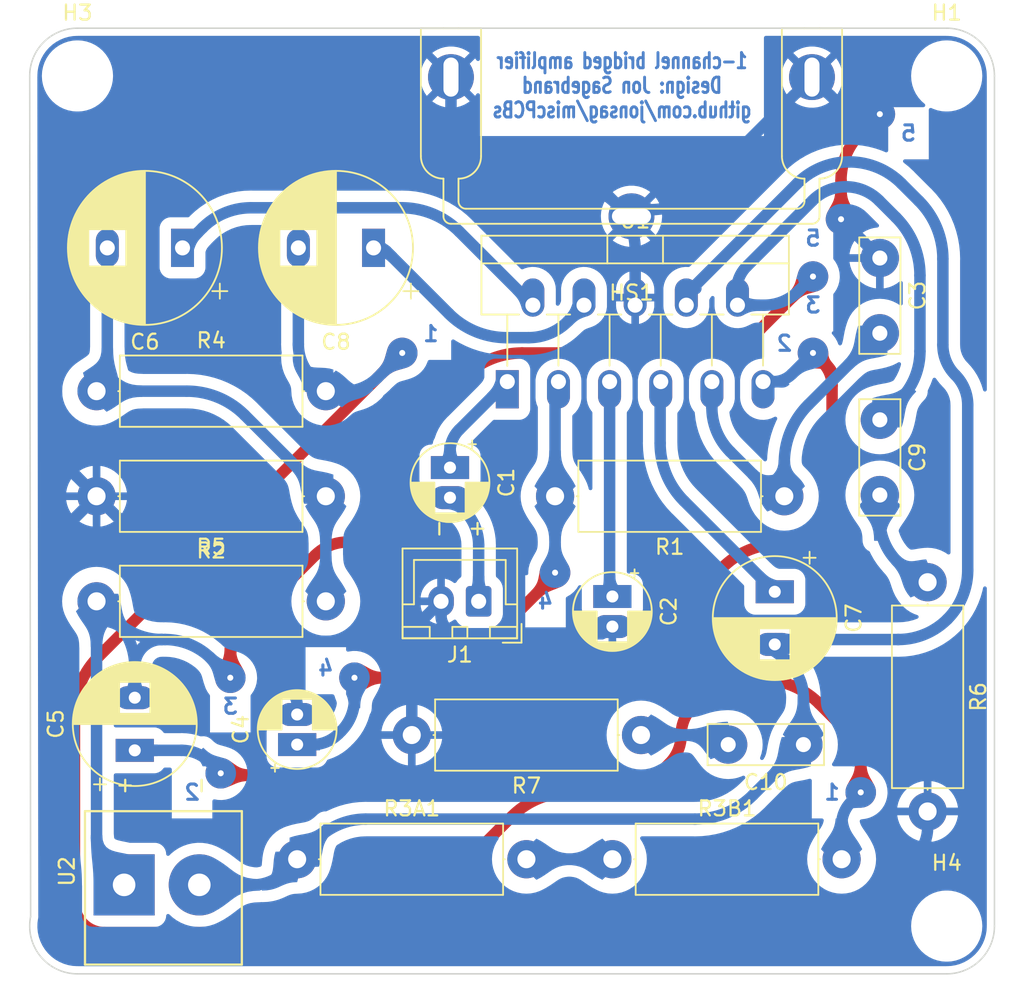
<source format=kicad_pcb>
(kicad_pcb (version 20240108) (generator "pcbnew") (generator_version "8.0")
  (layers (0 "F.Cu" signal) (31 "B.Cu" signal) (34 "B.Paste" user) (35 "F.Paste" user) (36 "B.SilkS" user "B.Silkscreen") (37 "F.SilkS" user "F.Silkscreen") (38 "B.Mask" user) (39 "F.Mask" user) (44 "Edge.Cuts" user))
  (net 0 "")
  (net 1 "Net-(U1-Pad1)")
  (net 2 "+15V")
  (net 3 "Net-(C1-Pad2)")
  (net 4 "Net-(U1-Pad5)")
  (net 5 "Net-(C9-Pad2)")
  (net 6 "Net-(C10-Pad2)")
  (net 7 "Net-(R3A1-Pad2)")
  (net 8 "GND")
  (net 9 "Net-(R1-Pad2)")
  (net 10 "Net-(U1-Pad11)")
  (net 11 "Net-(C5-Pad2)")
  (net 12 "Net-(U1-Pad2)")
  (net 13 "Net-(R2-Pad2)")
  (net 14 "Net-(U1-Pad7)")
  (net 15 "Net-(C10-Pad1)")
  (net 16 "Net-(U1-Pad4)")
  (net 17 "Net-(R3B1-Pad2)")
  (footprint "My_Misc:C_Disc_D7.5mm_W2.5mm_P5.00mm_larger" (layer "F.Cu") (at 145.415 60.365005 -90)
    (property "Reference" "C3")
    (property "Value" "100n")
  )
  (footprint "My_Misc:C_Disc_D7.5mm_W2.5mm_P5.00mm_larger" (layer "F.Cu") (at 145.415 71.12 -90)
    (property "Reference" "C9")
    (property "Value" "100n")
  )
  (footprint "My_Misc:C_Disc_D7.5mm_W2.5mm_P5.00mm_larger" (layer "F.Cu") (at 140.335 92.71 180)
    (property "Reference" "C10")
    (property "Value" "100n")
  )
  (footprint "My_Misc:R_Axial_DIN0414_L11.9mm_D4.5mm_P15.24mm_Horizontal_larger" (layer "F.Cu") (at 139.065 76.2 180)
    (property "Reference" "R1")
    (property "Value" "120k")
  )
  (footprint "My_Misc:R_Axial_DIN0414_L11.9mm_D4.5mm_P15.24mm_Horizontal_larger" (layer "F.Cu") (at 93.345 83.185)
    (property "Reference" "R2")
    (property "Value" "1k")
  )
  (footprint "My_Misc:R_Axial_DIN0414_L11.9mm_D4.5mm_P15.24mm_Horizontal_larger" (layer "F.Cu") (at 93.345 69.215)
    (property "Reference" "R4")
    (property "Value" "12R")
  )
  (footprint "My_Misc:R_Axial_DIN0414_L11.9mm_D4.5mm_P15.24mm_Horizontal_larger" (layer "F.Cu") (at 108.585 76.2 180)
    (property "Reference" "R5")
    (property "Value" "12R")
  )
  (footprint "My_Misc:R_Axial_DIN0414_L11.9mm_D4.5mm_P15.24mm_Horizontal_larger" (layer "F.Cu") (at 148.59 81.915 -90)
    (property "Reference" "R6")
    (property "Value" "1R")
  )
  (footprint "My_Misc:R_Axial_DIN0414_L11.9mm_D4.5mm_P15.24mm_Horizontal_larger" (layer "F.Cu") (at 129.54 92.075 180)
    (property "Reference" "R7")
    (property "Value" "1R")
  )
  (footprint "My_Misc:R_Axial_DIN0414_L11.9mm_D4.5mm_P15.24mm_Horizontal_larger" (layer "F.Cu") (at 106.68 100.33)
    (property "Reference" "R3A1")
    (property "Value" "1k")
  )
  (footprint "My_Misc:R_Axial_DIN0414_L11.9mm_D4.5mm_P15.24mm_Horizontal_larger" (layer "F.Cu") (at 127.635 100.33)
    (property "Reference" "R3B1")
    (property "Value" "1k")
  )
  (footprint "My_Misc:TO-220-11_P3.4x5.08mm_StaggerOdd_Lead4.85mm_Vertical_large" (layer "F.Cu") (at 120.65 68.58)
    (property "Reference" "U1")
    (property "Value" "TDA2005")
  )
  (footprint "My_Misc:CP_Radial_D10.0mm_P5.00mm_larger" (layer "F.Cu") (at 111.76 59.69 180)
    (property "Reference" "C8")
    (property "Value" "220u/3V")
  )
  (footprint "My_Misc:CP_Radial_D8.0mm_P3.50mm_large" (layer "F.Cu") (at 95.885 93.092651 90)
    (property "Reference" "C5")
    (property "Value" "100u/10V")
  )
  (footprint "My_Heatsinks:EK-41002859" (layer "F.Cu") (at 128.905 57.588 180)
    (property "Reference" "HS1")
    (property "Value" "Heatsink_Pad")
  )
  (footprint "My_Headers:2-pin JST Audio" (layer "F.Cu") (at 118.745 83.185 180)
    (property "Reference" "J1")
    (property "Value" "Audio In" (hide yes))
  )
  (footprint "My_Parts:2-pole_power_in_screw_terminal" (layer "F.Cu") (at 95.176 102.035 90)
    (property "Reference" "U2")
    (property "Value" "Speaker Out" (hide yes))
  )
  (footprint "My_Misc:CP_Radial_D5.0mm_P2.00mm_larger" (layer "F.Cu") (at 116.84 74.295 -90)
    (property "Reference" "C1")
    (property "Value" "2.2u/3V")
  )
  (footprint "MountingHole:MountingHole_3.2mm_M3" (layer "F.Cu") (at 92.075 48.26)
    (property "Reference" "H3")
    (property "Value" "MountingHole")
  )
  (footprint "MountingHole:MountingHole_3.2mm_M3" (layer "F.Cu") (at 149.86 104.775)
    (property "Reference" "H4")
    (property "Value" "MountingHole")
  )
  (footprint "My_Misc:CP_Radial_D5.0mm_P2.00mm_larger" (layer "F.Cu") (at 106.68 92.71 90)
    (property "Reference" "C4")
    (property "Value" "10u")
  )
  (footprint "My_Misc:CP_Radial_D5.0mm_P2.00mm_larger" (layer "F.Cu") (at 127.635 82.864888 -90)
    (property "Reference" "C2")
    (property "Value" "2.2u/3V")
  )
  (footprint "My_Misc:CP_Radial_D8.0mm_P3.50mm_large" (layer "F.Cu") (at 138.43 82.55 -90)
    (property "Reference" "C7")
    (property "Value" "100u/10V")
  )
  (footprint "My_Misc:CP_Radial_D10.0mm_P5.00mm_larger" (layer "F.Cu") (at 99.06 59.69 180)
    (property "Reference" "C6")
    (property "Value" "220u/3V")
  )
  (footprint "MountingHole:MountingHole_3.2mm_M3" (layer "F.Cu") (at 149.86 48.26)
    (property "Reference" "H1")
    (property "Value" "MountingHole")
  )
  (gr_line (start 92.075 107.95) (end 149.86 107.95) (stroke (width 0.1)) (layer "Edge.Cuts"))
  (gr_line (start 88.9 48.26) (end 88.961656 104.152331) (stroke (width 0.1)) (layer "Edge.Cuts"))
  (gr_arc (start 88.9 48.26) (mid 89.829936 46.014936) (end 92.075 45.085) (stroke (width 0.1)) (layer "Edge.Cuts"))
  (gr_arc (start 149.86 45.085) (mid 152.105064 46.014936) (end 153.035 48.26) (stroke (width 0.1)) (layer "Edge.Cuts"))
  (gr_line (start 153.035 104.775) (end 153.035 48.26) (stroke (width 0.1)) (layer "Edge.Cuts"))
  (gr_line (start 149.86 45.085) (end 92.075 45.085) (stroke (width 0.1)) (layer "Edge.Cuts"))
  (gr_arc (start 92.075 107.95) (mid 89.619639 106.787915) (end 88.961656 104.152331) (stroke (width 0.1)) (layer "Edge.Cuts"))
  (gr_arc (start 153.035 104.775) (mid 152.105064 107.020064) (end 149.86 107.95) (stroke (width 0.1)) (layer "Edge.Cuts"))
  (gr_text "3" (at 102.235 90.17 0) (layer "B.Cu") (effects (font (size 1.016 1.016) (thickness 0.2032)) (justify mirror)))
  (gr_text "1-channel bridged amplifier\nDesign: Jon Sagebrand\ngithub.com/jonsag/miscPCBs" (at 128.27 48.895 0) (layer "B.Cu") (effects (font (size 1.016 0.762) (thickness 0.1905)) (justify mirror)))
  (gr_text "1" (at 115.57 65.405 0) (layer "B.Cu") (effects (font (size 1.016 1.016) (thickness 0.2032)) (justify mirror)))
  (gr_text "2" (at 139.065 66.04 0) (layer "B.Cu") (effects (font (size 1.016 1.016) (thickness 0.2032)) (justify mirror)))
  (gr_text "5" (at 140.97 59.055 0) (layer "B.Cu") (effects (font (size 1.016 1.016) (thickness 0.2032)) (justify mirror)))
  (gr_text "3" (at 140.97 63.5 0) (layer "B.Cu") (effects (font (size 1.016 1.016) (thickness 0.2032)) (justify mirror)))
  (gr_text "4" (at 123.19 83.185 0) (layer "B.Cu") (effects (font (size 1.016 1.016) (thickness 0.2032)) (justify mirror)))
  (gr_text "2" (at 99.695 95.885 0) (layer "B.Cu") (effects (font (size 1.016 1.016) (thickness 0.2032)) (justify mirror)))
  (gr_text "4" (at 108.585 87.63 0) (layer "B.Cu") (effects (font (size 1.016 1.016) (thickness 0.2032)) (justify mirror)))
  (gr_text "5" (at 147.32 52.07 0) (layer "B.Cu") (effects (font (size 1.016 1.016) (thickness 0.2032)) (justify mirror)))
  (gr_text "1" (at 142.24 95.885 0) (layer "B.Cu") (effects (font (size 1.016 1.016) (thickness 0.2032)) (justify mirror)))
  (segment (start 117.457473 71.772526) (end 120.65 68.58) (width 0.762) (layer "B.Cu") (net 1))
  (segment (start 116.84 73.26324) (end 116.84 74.13648) (width 0.762) (layer "B.Cu") (net 1))
  (arc (start 117.457473 71.772526) (mid 117.000476 72.456471) (end 116.84 73.26324) (width 0.762) (layer "B.Cu") (net 1))
  (segment (start 139.065 75.215086) (end 139.065 73.968963) (width 0.762) (layer "B.Cu") (net 2))
  (segment (start 135.466225 73.236225) (end 137.919548 75.689548) (width 0.762) (layer "B.Cu") (net 2))
  (segment (start 134.250001 70.3) (end 134.250001 68.58) (width 0.762) (layer "B.Cu") (net 2))
  (segment (start 140.658792 70.121207) (end 145.415 65.365) (width 0.762) (layer "B.Cu") (net 2))
  (arc (start 137.919548 75.689548) (mid 138.650786 75.835) (end 139.065 75.215086) (width 0.762) (layer "B.Cu") (net 2))
  (arc (start 140.658792 70.121207) (mid 139.479213 71.886572) (end 139.065 73.968963) (width 0.762) (layer "B.Cu") (net 2))
  (arc (start 134.250001 70.3) (mid 134.566087 71.889073) (end 135.466225 73.236225) (width 0.762) (layer "B.Cu") (net 2))
  (segment (start 117.7925 77.1525) (end 116.84 76.2) (width 0.762) (layer "B.Cu") (net 3))
  (segment (start 118.745 79.452038) (end 118.745 83.185) (width 0.762) (layer "B.Cu") (net 3))
  (arc (start 117.7925 77.1525) (mid 118.497453 78.207537) (end 118.745 79.452038) (width 0.762) (layer "B.Cu") (net 3))
  (segment (start 127.542499 82.960368) (end 127.635 82.960368) (width 0.762) (layer "B.Cu") (net 4))
  (segment (start 127.449999 82.867867) (end 127.449999 68.58) (width 0.762) (layer "B.Cu") (net 4))
  (arc (start 127.449999 82.867867) (mid 127.477091 82.933275) (end 127.542499 82.960368) (width 0.762) (layer "B.Cu") (net 4))
  (segment (start 146.565816 80.525816) (end 148.59 82.55) (width 0.762) (layer "B.Cu") (net 5))
  (segment (start 145.415 77.7475) (end 145.415 76.12) (width 0.762) (layer "B.Cu") (net 5))
  (arc (start 145.415 77.7475) (mid 145.714087 79.251113) (end 146.565816 80.525816) (width 0.762) (layer "B.Cu") (net 5))
  (segment (start 135.255 92.71) (end 135.89 93.345) (width 0.762) (layer "B.Cu") (net 6))
  (segment (start 133.721974 92.075) (end 129.54 92.075) (width 0.762) (layer "B.Cu") (net 6))
  (arc (start 135.255 92.71) (mid 134.551641 92.240031) (end 133.721974 92.075) (width 0.762) (layer "B.Cu") (net 6))
  (segment (start 127.3175 100.6475) (end 127.635 100.965) (width 0.762) (layer "B.Cu") (net 7))
  (segment (start 126.550987 100.33) (end 121.92 100.33) (width 0.762) (layer "B.Cu") (net 7))
  (arc (start 127.3175 100.6475) (mid 126.96582 100.412515) (end 126.550987 100.33) (width 0.762) (layer "B.Cu") (net 7))
  (segment (start 142.835 55.204335) (end 142.835 57.785) (width 0.762) (layer "F.Cu") (net 8))
  (segment (start 144.125 52.09) (end 145.415 50.8) (width 0.762) (layer "F.Cu") (net 8))
  (via (at 145.415 50.8) (size 2.032) (drill 0.4) (layers "F.Cu" "B.Cu") (net 8))
  (via (at 142.835 57.785) (size 2.032) (drill 0.4) (layers "F.Cu" "B.Cu") (net 8))
  (arc (start 144.125 52.09) (mid 143.17026 53.518869) (end 142.835 55.204335) (width 0.762) (layer "F.Cu") (net 8))
  (segment (start 104.653364 87.508364) (end 101.402718 84.257718) (width 0.762) (layer "B.Cu") (net 8))
  (segment (start 142.136 49.569) (end 142.642922 50.075922) (width 0.762) (layer "B.Cu") (net 8))
  (segment (start 126.903679 85.34352) (end 117.461347 85.34352) (width 0.762) (layer "B.Cu") (net 8))
  (segment (start 140.436786 105.209511) (end 93.173061 105.209511) (width 0.762) (layer "B.Cu") (net 8))
  (segment (start 113.85375 85.57625) (end 114.15125 85.27875) (width 0.762) (layer "B.Cu") (net 8))
  (segment (start 114.3 85.935364) (end 114.3 92.075) (width 0.762) (layer "B.Cu") (net 8))
  (segment (start 101.402718 84.257718) (end 94.678255 77.533255) (width 0.762) (layer "B.Cu") (net 8))
  (segment (start 91.763792 77.781207) (end 93.98 75.565) (width 0.762) (layer "B.Cu") (net 8))
  (segment (start 148.59 98.23263) (end 148.59 97.155) (width 0.762) (layer "B.Cu") (net 8))
  (segment (start 116.905 53.007652) (end 116.905 48.338) (width 0.762) (layer "B.Cu") (net 8))
  (segment (start 127.4778 84.769399) (end 127.635 84.769399) (width 0.762) (layer "B.Cu") (net 8))
  (segment (start 139.673999 49.568999) (end 133.444634 55.798365) (width 0.762) (layer "B.Cu") (net 8))
  (segment (start 124.83095 55.49996) (end 119.397307 55.49996) (width 0.762) (layer "B.Cu") (net 8))
  (segment (start 127.172035 84.917963) (end 127.209444 84.880555) (width 0.762) (layer "B.Cu") (net 8))
  (segment (start 129.150001 59.81901) (end 129.150001 63.5) (width 0.762) (layer "B.Cu") (net 8))
  (segment (start 113.790494 85.639505) (end 113.85375 85.57625) (width 0.762) (layer "B.Cu") (net 8))
  (segment (start 106.264574 89.119574) (end 104.653364 87.508364) (width 0.762) (layer "B.Cu") (net 8))
  (segment (start 117.332612 55.49996) (end 97.249003 55.49996) (width 0.762) (layer "B.Cu") (net 8))
  (segment (start 104.616424 85.851511) (end 113.278667 85.851511) (width 0.762) (layer "B.Cu") (net 8))
  (segment (start 115.733761 83.696238) (end 114.15125 85.27875) (width 0.762) (layer "B.Cu") (net 8))
  (segment (start 145.415 50.8) (end 144.391 50.8) (width 0.762) (layer "B.Cu") (net 8))
  (segment (start 92.272281 58.222717) (end 93.401247 57.093752) (width 0.762) (layer "B.Cu") (net 8))
  (segment (start 116.245 83.908) (end 116.245 84.127172) (width 0.762) (layer "B.Cu") (net 8))
  (segment (start 142.835 57.785) (end 142.24 57.785) (width 0.762) (layer "B.Cu") (net 8))
  (segment (start 92.011744 74.866744) (end 94.678255 77.533255) (width 0.762) (layer "B.Cu") (net 8))
  (segment (start 130.1815 57.15) (end 128.27 57.15) (width 0.762) (layer "B.Cu") (net 8))
  (segment (start 106.68 90.1225) (end 106.68 90.71) (width 0.762) (layer "B.Cu") (net 8))
  (segment (start 90.17 102.082963) (end 90.17 81.628963) (width 0.762) (layer "B.Cu") (net 8))
  (segment (start 147.828 100.07226) (end 144.284542 103.615718) (width 0.762) (layer "B.Cu") (net 8))
  (segment (start 142.835 57.785) (end 145.415 60.365) (width 0.762) (layer "B.Cu") (net 8))
  (segment (start 119.397307 55.49996) (end 117.332612 55.49996) (width 0.762) (layer "B.Cu") (net 8))
  (segment (start 90.678489 71.64798) (end 90.678489 62.070474) (width 0.762) (layer "B.Cu") (net 8))
  (arc (start 142.642922 50.075922) (mid 143.444947 50.611818) (end 144.391 50.8) (width 0.762) (layer "B.Cu") (net 8))
  (arc (start 101.402718 84.257718) (mid 103.003299 85.437297) (end 104.616424 85.851511) (width 0.762) (layer "B.Cu") (net 8))
  (arc (start 91.763792 77.781207) (mid 90.584213 79.546572) (end 90.17 81.628963) (width 0.762) (layer "B.Cu") (net 8))
  (arc (start 116.905 53.007652) (mid 117.094715 53.961417) (end 117.63498 54.76998) (width 0.762) (layer "B.Cu") (net 8))
  (arc (start 116.245 83.908) (mid 116.060127 83.631319) (end 115.733761 83.696238) (width 0.762) (layer "B.Cu") (net 8))
  (arc (start 90.678489 71.64798) (mid 91.02499 73.389962) (end 92.011744 74.866744) (width 0.762) (layer "B.Cu") (net 8))
  (arc (start 97.249003 55.49996) (mid 95.166612 55.914173) (end 93.401247 57.093752) (width 0.762) (layer "B.Cu") (net 8))
  (arc (start 127.4778 84.769399) (mid 127.332566 84.798287) (end 127.209444 84.880555) (width 0.762) (layer "B.Cu") (net 8))
  (arc (start 116.245 84.127172) (mid 116.337588 84.592648) (end 116.60126 84.98726) (width 0.762) (layer "B.Cu") (net 8))
  (arc (start 106.264574 89.119574) (mid 106.572034 89.57972) (end 106.68 90.1225) (width 0.762) (layer "B.Cu") (net 8))
  (arc (start 127.060879 85.18632) (mid 127.014836 85.297477) (end 126.903679 85.34352) (width 0.762) (layer "B.Cu") (net 8))
  (arc (start 142.136 49.569) (mid 140.904999 49.059102) (end 139.673999 49.568999) (width 0.762) (layer "B.Cu") (net 8))
  (arc (start 127.172035 84.917963) (mid 127.089767 85.041086) (end 127.060879 85.18632) (width 0.762) (layer "B.Cu") (net 8))
  (arc (start 114.15125 85.27875) (mid 114.089635 85.4275) (end 114.15125 85.57625) (width 0.762) (layer "B.Cu") (net 8))
  (arc (start 113.790494 85.639505) (mid 113.555666 85.796412) (end 113.278667 85.851511) (width 0.762) (layer "B.Cu") (net 8))
  (arc (start 127.88498 56.76498) (mid 128.821232 58.166181) (end 129.150001 59.81901) (width 0.762) (layer "B.Cu") (net 8))
  (arc (start 133.444634 55.798365) (mid 131.947495 56.798721) (end 130.1815 57.15) (width 0.762) (layer "B.Cu") (net 8))
  (arc (start 117.63498 54.76998) (mid 118.443542 55.310244) (end 119.397307 55.49996) (width 0.762) (layer "B.Cu") (net 8))
  (arc (start 114.15125 85.57625) (mid 114.0025 85.514635) (end 113.85375 85.57625) (width 0.762) (layer "B.Cu") (net 8))
  (arc (start 116.60126 84.98726) (mid 116.995871 85.250931) (end 117.461347 85.34352) (width 0.762) (layer "B.Cu") (net 8))
  (arc (start 127.88498 56.76498) (mid 126.483779 55.828727) (end 124.83095 55.49996) (width 0.762) (layer "B.Cu") (net 8))
  (arc (start 90.17 102.082963) (mid 90.407994 103.279441) (end 91.085744 104.293766) (width 0.762) (layer "B.Cu") (net 8))
  (arc (start 114.15125 85.57625) (mid 114.261341 85.741012) (end 114.3 85.935364) (width 0.762) (layer "B.Cu") (net 8))
  (arc (start 117.332612 55.49996) (mid 117.727674 55.235987) (end 117.63498 54.76998) (width 0.762) (layer "B.Cu") (net 8))
  (arc (start 144.284542 103.615718) (mid 142.519176 104.795297) (end 140.436786 105.209511) (width 0.762) (layer "B.Cu") (net 8))
  (arc (start 104.616424 85.851511) (mid 104.18144 86.450655) (end 104.653364 87.508364) (width 0.762) (layer "B.Cu") (net 8))
  (arc (start 91.085744 104.293766) (mid 92.067976 104.971516) (end 93.173061 105.209511) (width 0.762) (layer "B.Cu") (net 8))
  (arc (start 92.272281 58.222717) (mid 91.092702 59.988083) (end 90.678489 62.070474) (width 0.762) (layer "B.Cu") (net 8))
  (arc (start 148.59 98.23263) (mid 148.391962 99.22823) (end 147.828 100.07226) (width 0.762) (layer "B.Cu") (net 8))
  (segment (start 123.768318 81.497001) (end 118.594112 86.671207) (width 0.762) (layer "F.Cu") (net 9))
  (segment (start 123.825 81.36016) (end 123.825 81.28) (width 0.762) (layer "F.Cu") (net 9))
  (segment (start 110.49 88.265) (end 114.746356 88.265) (width 0.762) (layer "F.Cu") (net 9))
  (via (at 110.49 88.265) (size 2.032) (drill 0.4) (layers "F.Cu" "B.Cu") (net 9))
  (via (at 123.825 81.28) (size 2.032) (drill 0.4) (layers "F.Cu" "B.Cu") (net 9))
  (arc (start 123.825 81.36016) (mid 123.810268 81.434218) (end 123.768318 81.497001) (width 0.762) (layer "F.Cu") (net 9))
  (arc (start 118.594112 86.671207) (mid 116.828746 87.850786) (end 114.746356 88.265) (width 0.762) (layer "F.Cu") (net 9))
  (segment (start 107.696 92.71) (end 106.68 92.71) (width 0.762) (layer "B.Cu") (net 9))
  (segment (start 123.825 73.856856) (end 123.825 78.543144) (width 0.762) (layer "B.Cu") (net 9))
  (segment (start 123.9375 68.6925) (end 124.050001 68.58) (width 0.762) (layer "B.Cu") (net 9))
  (segment (start 109.43042 91.991579) (end 109.601 91.821) (width 0.762) (layer "B.Cu") (net 9))
  (segment (start 123.825 81.28) (end 123.825 78.543144) (width 0.762) (layer "B.Cu") (net 9))
  (segment (start 110.49 88.265) (end 110.49 89.674764) (width 0.762) (layer "B.Cu") (net 9))
  (segment (start 123.825 68.9641) (end 123.825 73.856856) (width 0.762) (layer "B.Cu") (net 9))
  (arc (start 110.49 89.674764) (mid 110.258956 90.836298) (end 109.601 91.821) (width 0.762) (layer "B.Cu") (net 9))
  (arc (start 123.9375 68.6925) (mid 123.854237 68.817111) (end 123.825 68.9641) (width 0.762) (layer "B.Cu") (net 9))
  (arc (start 109.43042 91.991579) (mid 108.634661 92.523288) (end 107.696 92.71) (width 0.762) (layer "B.Cu") (net 9))
  (segment (start 101.815967 94.741511) (end 118.904525 94.741511) (width 0.762) (layer "F.Cu") (net 10))
  (segment (start 141.605 67.31) (end 140.97 66.675) (width 0.762) (layer "F.Cu") (net 10))
  (segment (start 101.663255 94.678255) (end 101.6 94.615) (width 0.762) (layer "F.Cu") (net 10))
  (segment (start 142.24 77.206974) (end 142.24 68.843025) (width 0.762) (layer "F.Cu") (net 10))
  (segment (start 122.752281 93.147718) (end 134.953455 80.946544) (width 0.762) (layer "F.Cu") (net 10))
  (segment (start 140.071974 79.375) (end 138.7475 79.375) (width 0.762) (layer "F.Cu") (net 10))
  (via (at 140.97 66.675) (size 2.032) (drill 0.4) (layers "F.Cu" "B.Cu") (net 10))
  (via (at 101.6 94.615) (size 2.032) (drill 0.4) (layers "F.Cu" "B.Cu") (net 10))
  (arc (start 138.7475 79.375) (mid 136.694177 79.78343) (end 134.953455 80.946544) (width 0.762) (layer "F.Cu") (net 10))
  (arc (start 141.605 78.74) (mid 140.901641 79.209968) (end 140.071974 79.375) (width 0.762) (layer "F.Cu") (net 10))
  (arc (start 101.663255 94.678255) (mid 101.73332 94.725071) (end 101.815967 94.741511) (width 0.762) (layer "F.Cu") (net 10))
  (arc (start 122.752281 93.147718) (mid 120.986915 94.327297) (end 118.904525 94.741511) (width 0.762) (layer "F.Cu") (net 10))
  (arc (start 141.605 67.31) (mid 142.074968 68.013357) (end 142.24 68.843025) (width 0.762) (layer "F.Cu") (net 10))
  (arc (start 142.24 77.206974) (mid 142.074968 78.036641) (end 141.605 78.74) (width 0.762) (layer "F.Cu") (net 10))
  (segment (start 140.97 66.675) (end 139.565278 68.079721) (width 0.762) (layer "B.Cu") (net 10))
  (segment (start 99.001187 93.092651) (end 95.885 93.092651) (width 0.762) (layer "B.Cu") (net 10))
  (segment (start 101.6 94.615) (end 100.838825 93.853825) (width 0.762) (layer "B.Cu") (net 10))
  (segment (start 138.357499 68.58) (end 137.649999 68.58) (width 0.762) (layer "B.Cu") (net 10))
  (arc (start 100.838825 93.853825) (mid 99.995709 93.290473) (end 99.001187 93.092651) (width 0.762) (layer "B.Cu") (net 10))
  (arc (start 139.565278 68.079721) (mid 139.011144 68.449981) (end 138.357499 68.58) (width 0.762) (layer "B.Cu") (net 10))
  (segment (start 133.635556 66.67548) (end 121.633483 66.67548) (width 0.762) (layer "F.Cu") (net 11))
  (segment (start 111.251511 77.025989) (end 111.251511 77.99798) (width 0.762) (layer "F.Cu") (net 11))
  (segment (start 137.483312 65.081687) (end 140.97 61.595) (width 0.762) (layer "F.Cu") (net 11))
  (segment (start 103.119242 84.879739) (end 107.86625 80.132732) (width 0.762) (layer "F.Cu") (net 11))
  (segment (start 112.823055 73.231944) (end 117.785727 68.269272) (width 0.762) (layer "F.Cu") (net 11))
  (segment (start 102.235 88.265) (end 102.235 87.014491) (width 0.762) (layer "F.Cu") (net 11))
  (via (at 140.97 61.595) (size 2.032) (drill 0.4) (layers "F.Cu" "B.Cu") (net 11))
  (via (at 102.235 88.265) (size 2.032) (drill 0.4) (layers "F.Cu" "B.Cu") (net 11))
  (arc (start 137.483312 65.081687) (mid 135.717946 66.261266) (end 133.635556 66.67548) (width 0.762) (layer "F.Cu") (net 11))
  (arc (start 121.633483 66.67548) (mid 119.551092 67.089693) (end 117.785727 68.269272) (width 0.762) (layer "F.Cu") (net 11))
  (arc (start 110.001002 79.248489) (mid 108.845682 79.478296) (end 107.86625 80.132732) (width 0.762) (layer "F.Cu") (net 11))
  (arc (start 103.119242 84.879739) (mid 102.464807 85.859171) (end 102.235 87.014491) (width 0.762) (layer "F.Cu") (net 11))
  (arc (start 111.251511 77.99798) (mid 110.885245 78.882223) (end 110.001002 79.248489) (width 0.762) (layer "F.Cu") (net 11))
  (arc (start 112.823055 73.231944) (mid 111.659941 74.972666) (end 111.251511 77.025989) (width 0.762) (layer "F.Cu") (net 11))
  (segment (start 140.0175 62.5475) (end 140.97 61.595) (width 0.762) (layer "B.Cu") (net 11))
  (segment (start 148.081511 61.514457) (end 148.081511 66.56798) (width 0.762) (layer "B.Cu") (net 11))
  (segment (start 135.89 62.5475) (end 135.89 63.5) (width 0.762) (layer "B.Cu") (net 11))
  (segment (start 93.345 84.804913) (end 93.345 98.909287) (width 0.762) (layer "B.Cu") (net 11))
  (segment (start 136.563519 60.92148) (end 140.943163 56.541836) (width 0.762) (layer "B.Cu") (net 11))
  (segment (start 102.235 88.265) (end 100.965 86.995) (width 0.762) (layer "B.Cu") (net 11))
  (segment (start 146.487718 57.666701) (end 145.362853 56.541836) (width 0.762) (layer "B.Cu") (net 11))
  (segment (start 137.717961 63.5) (end 135.95 63.5) (width 0.762) (layer "B.Cu") (net 11))
  (segment (start 97.681051 85.725) (end 97.898948 85.725) (width 0.762) (layer "B.Cu") (net 11))
  (segment (start 95.885 87.521051) (end 95.885 89.535) (width 0.762) (layer "B.Cu") (net 11))
  (segment (start 146.748255 69.786744) (end 145.415 71.12) (width 0.762) (layer "B.Cu") (net 11))
  (segment (start 94.615 84.455) (end 94.490451 84.330451) (width 0.762) (layer "B.Cu") (net 11))
  (segment (start 94.2605 101.1195) (end 95.176 102.035) (width 0.762) (layer "B.Cu") (net 11))
  (arc (start 148.081511 66.56798) (mid 147.735009 68.309962) (end 146.748255 69.786744) (width 0.762) (layer "B.Cu") (net 11))
  (arc (start 146.487718 57.666701) (mid 147.667297 59.432066) (end 148.081511 61.514457) (width 0.762) (layer "B.Cu") (net 11))
  (arc (start 94.490451 84.330451) (mid 93.759213 84.184998) (end 93.345 84.804913) (width 0.762) (layer "B.Cu") (net 11))
  (arc (start 136.563519 60.92148) (mid 136.065041 61.667504) (end 135.89 62.5475) (width 0.762) (layer "B.Cu") (net 11))
  (arc (start 100.965 86.995) (mid 99.558283 86.055062) (end 97.898948 85.725) (width 0.762) (layer "B.Cu") (net 11))
  (arc (start 140.0175 62.5475) (mid 138.962462 63.252453) (end 137.717961 63.5) (width 0.762) (layer "B.Cu") (net 11))
  (arc (start 95.885 87.521051) (mid 95.554937 85.861716) (end 94.615 84.455) (width 0.762) (layer "B.Cu") (net 11))
  (arc (start 143.153008 55.626489) (mid 141.957048 55.864379) (end 140.943163 56.541836) (width 0.762) (layer "B.Cu") (net 11))
  (arc (start 97.681051 85.725) (mid 96.411051 86.251051) (end 95.885 87.521051) (width 0.762) (layer "B.Cu") (net 11))
  (arc (start 93.345 98.909287) (mid 93.58293 100.105445) (end 94.2605 101.1195) (width 0.762) (layer "B.Cu") (net 11))
  (arc (start 94.615 84.455) (mid 96.021716 85.394937) (end 97.681051 85.725) (width 0.762) (layer "B.Cu") (net 11))
  (arc (start 145.362853 56.541836) (mid 144.348967 55.864379) (end 143.153008 55.626489) (width 0.762) (layer "B.Cu") (net 11))
  (segment (start 100.39326 58.35674) (end 99.06 59.69) (width 0.762) (layer "B.Cu") (net 12))
  (segment (start 117.467272 58.617272) (end 122.35 63.5) (width 0.762) (layer "B.Cu") (net 12))
  (segment (start 113.619516 57.02348) (end 103.612034 57.02348) (width 0.762) (layer "B.Cu") (net 12))
  (arc (start 103.612034 57.02348) (mid 101.870046 57.369982) (end 100.39326 58.35674) (width 0.762) (layer "B.Cu") (net 12))
  (arc (start 117.467272 58.617272) (mid 115.701906 57.437693) (end 113.619516 57.02348) (width 0.762) (layer "B.Cu") (net 12))
  (segment (start 99.346036 69.215) (end 93.850581 69.215) (width 0.762) (layer "B.Cu") (net 13))
  (segment (start 106.991207 74.606207) (end 103.193792 70.808792) (width 0.762) (layer "B.Cu") (net 13))
  (segment (start 94.06 67.994418) (end 94.06 59.69) (width 0.762) (layer "B.Cu") (net 13))
  (segment (start 108.585 78.453963) (end 108.585 83.185) (width 0.762) (layer "B.Cu") (net 13))
  (arc (start 103.193792 70.808792) (mid 101.428426 69.629213) (end 99.346036 69.215) (width 0.762) (layer "B.Cu") (net 13))
  (arc (start 94.06 67.994418) (mid 93.967088 68.461514) (end 93.7025 68.8575) (width 0.762) (layer "B.Cu") (net 13))
  (arc (start 106.991207 74.606207) (mid 108.170786 76.371572) (end 108.585 78.453963) (width 0.762) (layer "B.Cu") (net 13))
  (arc (start 93.7025 68.8575) (mid 93.657103 69.085722) (end 93.850581 69.215) (width 0.762) (layer "B.Cu") (net 13))
  (segment (start 130.81 72.676036) (end 130.81 68.58) (width 0.762) (layer "B.Cu") (net 14))
  (segment (start 132.403792 76.523792) (end 138.43 82.55) (width 0.762) (layer "B.Cu") (net 14))
  (arc (start 130.81 72.676036) (mid 131.224213 74.758426) (end 132.403792 76.523792) (width 0.762) (layer "B.Cu") (net 14))
  (segment (start 140.335 89.612038) (end 140.335 90.4875) (width 0.762) (layer "B.Cu") (net 15))
  (segment (start 132.867499 62.395001) (end 133.184999 62.395001) (width 0.762) (layer "B.Cu") (net 15))
  (segment (start 103.769382 102.035) (end 100.176 102.035) (width 0.762) (layer "B.Cu") (net 15))
  (segment (start 149.605031 60.418994) (end 149.605031 66.142227) (width 0.762) (layer "B.Cu") (net 15))
  (segment (start 136.975303 96.069695) (end 138.763455 94.281544) (width 0.762) (layer "B.Cu") (net 15))
  (segment (start 146.850278 55.410278) (end 148.011238 56.571238) (width 0.762) (layer "B.Cu") (net 15))
  (segment (start 132.549999 63.140209) (end 132.549999 62.712501) (width 0.762) (layer "B.Cu") (net 15))
  (segment (start 139.3825 87.3125) (end 138.43 86.36) (width 0.762) (layer "B.Cu") (net 15))
  (segment (start 146.637943 85.725) (end 137.795 85.725) (width 0.762) (layer "B.Cu") (net 15))
  (segment (start 107.532499 99.477499) (end 105.8275 101.1825) (width 0.762) (layer "B.Cu") (net 15))
  (segment (start 107.532499 99.477499) (end 108.013255 98.996744) (width 0.762) (layer "B.Cu") (net 15))
  (segment (start 133.127547 97.663489) (end 111.232019 97.663489) (width 0.762) (layer "B.Cu") (net 15))
  (segment (start 132.804409 62.526008) (end 139.920139 55.410278) (width 0.762) (layer "B.Cu") (net 15))
  (segment (start 151.256511 81.106432) (end 151.256511 70.129252) (width 0.762) (layer "B.Cu") (net 15))
  (arc (start 136.975303 96.069695) (mid 135.209937 97.249275) (end 133.127547 97.663489) (width 0.762) (layer "B.Cu") (net 15))
  (arc (start 149.605031 66.142227) (mid 149.819633 67.221108) (end 150.430771 68.13574) (width 0.762) (layer "B.Cu") (net 15))
  (arc (start 150.430771 68.13574) (mid 151.041908 69.050371) (end 151.256511 70.129252) (width 0.762) (layer "B.Cu") (net 15))
  (arc (start 146.850278 55.410278) (mid 145.260491 54.348016) (end 143.385209 53.975) (width 0.762) (layer "B.Cu") (net 15))
  (arc (start 132.549999 63.140209) (mid 132.549999 63.140209) (end 132.549999 63.140209) (width 0.762) (layer "B.Cu") (net 15))
  (arc (start 151.256511 81.106432) (mid 150.904943 82.873881) (end 149.903764 84.372253) (width 0.762) (layer "B.Cu") (net 15))
  (arc (start 105.8275 101.1825) (mid 104.883227 101.813442) (end 103.769382 102.035) (width 0.762) (layer "B.Cu") (net 15))
  (arc (start 139.3825 87.3125) (mid 140.087453 88.367537) (end 140.335 89.612038) (width 0.762) (layer "B.Cu") (net 15))
  (arc (start 149.903764 84.372253) (mid 148.405392 85.373432) (end 146.637943 85.725) (width 0.762) (layer "B.Cu") (net 15))
  (arc (start 143.385209 53.975) (mid 141.509926 54.348016) (end 139.920139 55.410278) (width 0.762) (layer "B.Cu") (net 15))
  (arc (start 148.011238 56.571238) (mid 149.190817 58.336603) (end 149.605031 60.418994) (width 0.762) (layer "B.Cu") (net 15))
  (arc (start 132.867499 62.395001) (mid 132.642992 62.487994) (end 132.549999 62.712501) (width 0.762) (layer "B.Cu") (net 15))
  (arc (start 111.232019 97.663489) (mid 109.490036 98.00999) (end 108.013255 98.996744) (width 0.762) (layer "B.Cu") (net 15))
  (arc (start 140.335 90.4875) (mid 139.926568 92.540822) (end 138.763455 94.281544) (width 0.762) (layer "B.Cu") (net 15))
  (arc (start 132.804409 62.526008) (mid 132.616118 62.807806) (end 132.549999 63.140209) (width 0.762) (layer "B.Cu") (net 15))
  (segment (start 122.065175 65.65852) (end 120.617483 65.65852) (width 0.762) (layer "B.Cu") (net 16))
  (segment (start 112.0775 59.69) (end 111.76 59.69) (width 0.762) (layer "B.Cu") (net 16))
  (segment (start 116.769727 64.064727) (end 112.619506 59.914506) (width 0.762) (layer "B.Cu") (net 16))
  (segment (start 124.67074 64.57926) (end 125.75 63.5) (width 0.762) (layer "B.Cu") (net 16))
  (arc (start 116.769727 64.064727) (mid 118.535092 65.244306) (end 120.617483 65.65852) (width 0.762) (layer "B.Cu") (net 16))
  (arc (start 112.619506 59.914506) (mid 112.370831 59.748347) (end 112.0775 59.69) (width 0.762) (layer "B.Cu") (net 16))
  (arc (start 124.67074 64.57926) (mid 123.475296 65.378029) (end 122.065175 65.65852) (width 0.762) (layer "B.Cu") (net 16))
  (segment (start 133.496862 89.680142) (end 132.987514 90.18949) (width 0.762) (layer "F.Cu") (net 17))
  (segment (start 113.665 66.675) (end 93.468303 86.871696) (width 0.762) (layer "F.Cu") (net 17))
  (segment (start 91.874511 103.209512) (end 91.874511 90.719452) (width 0.762) (layer "F.Cu") (net 17))
  (segment (start 124.808963 95.885) (end 127.587943 95.885) (width 0.762) (layer "F.Cu") (net 17))
  (segment (start 130.853763 94.532252) (end 131.425507 93.960509) (width 0.762) (layer "F.Cu") (net 17))
  (segment (start 93.874509 105.209511) (end 110.976525 105.209511) (width 0.762) (layer "F.Cu") (net 17))
  (segment (start 136.612046 88.389791) (end 137.531844 88.389791) (width 0.762) (layer "F.Cu") (net 17))
  (segment (start 144.145 94.316991) (end 144.145 95.885) (width 0.762) (layer "F.Cu") (net 17))
  (segment (start 141.3796 89.983583) (end 143.03625 91.640233) (width 0.762) (layer "F.Cu") (net 17))
  (segment (start 114.824281 103.615718) (end 120.961207 97.478792) (width 0.762) (layer "F.Cu") (net 17))
  (via (at 113.665 66.675) (size 2.032) (drill 0.4) (layers "F.Cu" "B.Cu") (net 17))
  (via (at 144.145 95.885) (size 2.032) (drill 0.4) (layers "F.Cu" "B.Cu") (net 17))
  (arc (start 141.3796 89.983583) (mid 139.614234 88.804004) (end 137.531844 88.389791) (width 0.762) (layer "F.Cu") (net 17))
  (arc (start 91.874511 103.209512) (mid 92.460296 104.623724) (end 93.874509 105.209511) (width 0.762) (layer "F.Cu") (net 17))
  (arc (start 143.03625 91.640233) (mid 143.856845 92.86834) (end 144.145 94.316991) (width 0.762) (layer "F.Cu") (net 17))
  (arc (start 132.206511 92.075) (mid 132.003534 93.09543) (end 131.425507 93.960509) (width 0.762) (layer "F.Cu") (net 17))
  (arc (start 124.808963 95.885) (mid 122.726572 96.299213) (end 120.961207 97.478792) (width 0.762) (layer "F.Cu") (net 17))
  (arc (start 130.853763 94.532252) (mid 129.355392 95.533432) (end 127.587943 95.885) (width 0.762) (layer "F.Cu") (net 17))
  (arc (start 93.468303 86.871696) (mid 92.288724 88.637061) (end 91.874511 90.719452) (width 0.762) (layer "F.Cu") (net 17))
  (arc (start 136.612046 88.389791) (mid 134.92612 88.725142) (end 133.496862 89.680142) (width 0.762) (layer "F.Cu") (net 17))
  (arc (start 132.987514 90.18949) (mid 132.409487 91.054569) (end 132.206511 92.075) (width 0.762) (layer "F.Cu") (net 17))
  (arc (start 114.824281 103.615718) (mid 113.058915 104.795297) (end 110.976525 105.209511) (width 0.762) (layer "F.Cu") (net 17))
  (segment (start 113.665 66.675) (end 112.023025 68.316974) (width 0.762) (layer "B.Cu") (net 17))
  (segment (start 142.875 98.053025) (end 142.875 100.33) (width 0.762) (layer "B.Cu") (net 17))
  (segment (start 106.76 66.09953) (end 106.76 59.69) (width 0.762) (layer "B.Cu") (net 17))
  (segment (start 107.686974 68.316974) (end 107.6725 68.3025) (width 0.762) (layer "B.Cu") (net 17))
  (segment (start 144.145 95.885) (end 143.51 96.52) (width 0.762) (layer "B.Cu") (net 17))
  (arc (start 106.76 66.09953) (mid 106.997151 67.291768) (end 107.6725 68.3025) (width 0.762) (layer "B.Cu") (net 17))
  (arc (start 107.686974 68.316974) (mid 108.681672 68.98161) (end 109.855 69.215) (width 0.762) (layer "B.Cu") (net 17))
  (arc (start 143.51 96.52) (mid 143.040031 97.223357) (end 142.875 98.053025) (width 0.762) (layer "B.Cu") (net 17))
  (arc (start 112.023025 68.316974) (mid 111.028326 68.98161) (end 109.855 69.215) (width 0.762) (layer "B.Cu") (net 17))
  (zone (net 11) (net_name "Net-(C5-Pad2)") (layer "F.Cu") (priority 16962) (connect_pads yes (clearance 0)) (min_thickness 0.0254) (fill yes (thermal_gap 0.508) (thermal_bridge_width 0.508))
    (polygon (pts (xy 101.854 86.239) (xy 101.847322 86.469253) (xy 101.827886 86.663775) (xy 101.796589 86.82997) (xy 101.754324 86.975243) (xy 101.701989 87.106997) (xy 101.640479 87.232636) (xy 101.570689 87.359566) (xy 101.493515 87.495189) (xy 101.409854 87.646911) (xy 101.3206 87.822136) (xy 102.235 88.773) (xy 103.1494 87.822136) (xy 103.060145 87.646911) (xy 102.976484 87.495189) (xy 102.89931 87.359566) (xy 102.82952 87.232636) (xy 102.76801 87.106997) (xy 102.715675 86.975243) (xy 102.67341 86.82997) (xy 102.642113 86.663775) (xy 102.622677 86.469253) (xy 102.616 86.239)))
  )
  (zone (net 8) (net_name "GND") (layer "F.Cu") (priority 16962) (connect_pads yes (clearance 0)) (min_thickness 0.0254) (fill yes (thermal_gap 0.508) (thermal_bridge_width 0.508))
    (polygon (pts (xy 144.251811 52.502005) (xy 144.419346 52.343913) (xy 144.570636 52.220108) (xy 144.710285 52.124721) (xy 144.842893 52.051883) (xy 144.973064 51.995726) (xy 145.105399 51.95038) (xy 145.2445 51.909976) (xy 145.39497 51.868645) (xy 145.561411 51.82052) (xy 145.748426 51.75973) (xy 145.77421 50.44079) (xy 144.45527 50.466574) (xy 144.394479 50.653588) (xy 144.346354 50.820029) (xy 144.305023 50.970499) (xy 144.264619 51.1096) (xy 144.219273 51.241935) (xy 144.163116 51.372106) (xy 144.090278 51.504714) (xy 143.994891 51.644363) (xy 143.871086 51.795653) (xy 143.712995 51.963189)))
  )
  (zone (net 10) (net_name "Net-(U1-Pad11)") (layer "F.Cu") (priority 16962) (connect_pads yes (clearance 0)) (min_thickness 0.0254) (fill yes (thermal_gap 0.508) (thermal_bridge_width 0.508))
    (polygon (pts (xy 142.621 68.184948) (xy 142.60322 67.962223) (xy 142.55496 67.779455) (xy 142.483839 67.627639) (xy 142.39748 67.497767) (xy 142.3035 67.380832) (xy 142.20952 67.267829) (xy 142.12316 67.149751) (xy 142.05204 67.017591) (xy 142.00378 66.862343) (xy 141.986 66.675) (xy 140.61079 66.31579) (xy 140.636574 67.63473) (xy 140.80004 67.676938) (xy 140.967935 67.698559) (xy 141.135162 67.70838) (xy 141.296625 67.715189) (xy 141.447229 67.727776) (xy 141.581877 67.754927) (xy 141.695475 67.805432) (xy 141.782924 67.888078) (xy 141.839131 68.011654) (xy 141.859 68.184948)))
  )
  (zone (net 9) (net_name "Net-(R1-Pad2)") (layer "F.Cu") (priority 16962) (connect_pads yes (clearance 0)) (min_thickness 0.0254) (fill yes (thermal_gap 0.508) (thermal_bridge_width 0.508))
    (polygon (pts (xy 112.516 87.884) (xy 112.285746 87.877322) (xy 112.091224 87.857886) (xy 111.925029 87.826589) (xy 111.779756 87.784324) (xy 111.648002 87.731989) (xy 111.522363 87.670479) (xy 111.395433 87.600689) (xy 111.25981 87.523515) (xy 111.108088 87.439854) (xy 110.932864 87.3506) (xy 109.982 88.265) (xy 110.932864 89.1794) (xy 111.108088 89.090145) (xy 111.25981 89.006484) (xy 111.395433 88.92931) (xy 111.522363 88.85952) (xy 111.648002 88.79801) (xy 111.779756 88.745675) (xy 111.925029 88.70341) (xy 112.091224 88.672113) (xy 112.285746 88.652677) (xy 112.516 88.646)))
  )
  (zone (net 11) (net_name "Net-(C5-Pad2)") (layer "F.Cu") (priority 16962) (connect_pads yes (clearance 0)) (min_thickness 0.0254) (fill yes (thermal_gap 0.508) (thermal_bridge_width 0.508))
    (polygon (pts (xy 139.806811 63.297005) (xy 139.974346 63.138913) (xy 140.125636 63.015108) (xy 140.265285 62.919721) (xy 140.397893 62.846883) (xy 140.528064 62.790726) (xy 140.660399 62.74538) (xy 140.7995 62.704976) (xy 140.94997 62.663645) (xy 141.116411 62.61552) (xy 141.303426 62.55473) (xy 141.32921 61.23579) (xy 140.01027 61.261574) (xy 139.949479 61.448588) (xy 139.901354 61.615029) (xy 139.860023 61.765499) (xy 139.819619 61.9046) (xy 139.774273 62.036935) (xy 139.718116 62.167106) (xy 139.645278 62.299714) (xy 139.549891 62.439363) (xy 139.426086 62.590653) (xy 139.267995 62.758189)))
  )
  (zone (net 9) (net_name "Net-(R1-Pad2)") (layer "F.Cu") (priority 16962) (connect_pads yes (clearance 0)) (min_thickness 0.0254) (fill yes (thermal_gap 0.508) (thermal_bridge_width 0.508))
    (polygon (pts (xy 122.739592 83.064544) (xy 122.914942 82.898184) (xy 123.072284 82.766732) (xy 123.216454 82.663729) (xy 123.352288 82.582715) (xy 123.484622 82.517232) (xy 123.618293 82.460821) (xy 123.758135 82.407022) (xy 123.908986 82.349377) (xy 124.075681 82.281426) (xy 124.263057 82.196712) (xy 124.142048 80.883082) (xy 122.834151 81.055339) (xy 122.795568 81.24058) (xy 122.765523 81.405737) (xy 122.738752 81.555158) (xy 122.709989 81.693191) (xy 122.67397 81.824184) (xy 122.625431 81.952485) (xy 122.559106 82.082441) (xy 122.469732 82.218402) (xy 122.352043 82.364715) (xy 122.200776 82.525728)))
  )
  (zone (net 17) (net_name "Net-(R3B1-Pad2)") (layer "F.Cu") (priority 16962) (connect_pads yes (clearance 0)) (min_thickness 0.0254) (fill yes (thermal_gap 0.508) (thermal_bridge_width 0.508))
    (polygon (pts (xy 143.764 93.859) (xy 143.757322 94.089253) (xy 143.737886 94.283775) (xy 143.706589 94.44997) (xy 143.664324 94.595243) (xy 143.611989 94.726997) (xy 143.550479 94.852636) (xy 143.480689 94.979566) (xy 143.403515 95.115189) (xy 143.319854 95.266911) (xy 143.2306 95.442136) (xy 144.145 96.393) (xy 145.0594 95.442136) (xy 144.970145 95.266911) (xy 144.886484 95.115189) (xy 144.80931 94.979566) (xy 144.73952 94.852636) (xy 144.67801 94.726997) (xy 144.625675 94.595243) (xy 144.58341 94.44997) (xy 144.552113 94.283775) (xy 144.532677 94.089253) (xy 144.526 93.859)))
  )
  (zone (net 17) (net_name "Net-(R3B1-Pad2)") (layer "F.Cu") (priority 16962) (connect_pads yes (clearance 0)) (min_thickness 0.0254) (fill yes (thermal_gap 0.508) (thermal_bridge_width 0.508))
    (polygon (pts (xy 112.501811 68.377005) (xy 112.669346 68.218913) (xy 112.820636 68.095108) (xy 112.960285 67.999721) (xy 113.092893 67.926883) (xy 113.223064 67.870726) (xy 113.355399 67.82538) (xy 113.4945 67.784976) (xy 113.64497 67.743645) (xy 113.811411 67.69552) (xy 113.998426 67.63473) (xy 114.02421 66.31579) (xy 112.70527 66.341574) (xy 112.644479 66.528588) (xy 112.596354 66.695029) (xy 112.555023 66.845499) (xy 112.514619 66.9846) (xy 112.469273 67.116935) (xy 112.413116 67.247106) (xy 112.340278 67.379714) (xy 112.244891 67.519363) (xy 112.121086 67.670653) (xy 111.962995 67.838189)))
  )
  (zone (net 10) (net_name "Net-(U1-Pad11)") (layer "F.Cu") (priority 16962) (connect_pads yes (clearance 0)) (min_thickness 0.0254) (fill yes (thermal_gap 0.508) (thermal_bridge_width 0.508))
    (polygon (pts (xy 103.632511 94.360511) (xy 103.412296 94.353603) (xy 103.226088 94.333293) (xy 103.067152 94.300197) (xy 102.928752 94.25493) (xy 102.804153 94.198111) (xy 102.686617 94.130355) (xy 102.569411 94.052278) (xy 102.445797 93.964499) (xy 102.30904 93.867632) (xy 102.152405 93.762296) (xy 101.09589 94.552261) (xy 101.926542 95.577094) (xy 102.121101 95.506453) (xy 102.28885 95.438302) (xy 102.437847 95.373804) (xy 102.576147 95.314126) (xy 102.711808 95.260432) (xy 102.852886 95.213887) (xy 103.007439 95.175658) (xy 103.183522 95.146908) (xy 103.389194 95.128804) (xy 103.632511 95.122511)))
  )
  (zone (net 8) (net_name "GND") (layer "F.Cu") (priority 16962) (connect_pads yes (clearance 0)) (min_thickness 0.0254) (fill yes (thermal_gap 0.508) (thermal_bridge_width 0.508))
    (polygon (pts (xy 142.454 55.759) (xy 142.447322 55.989253) (xy 142.427886 56.183775) (xy 142.396589 56.34997) (xy 142.354324 56.495243) (xy 142.301989 56.626997) (xy 142.240479 56.752636) (xy 142.170689 56.879566) (xy 142.093515 57.015189) (xy 142.009854 57.166911) (xy 141.9206 57.342136) (xy 142.835 58.293) (xy 143.7494 57.342136) (xy 143.660145 57.166911) (xy 143.576484 57.015189) (xy 143.49931 56.879566) (xy 143.42952 56.752636) (xy 143.36801 56.626997) (xy 143.315675 56.495243) (xy 143.27341 56.34997) (xy 143.242113 56.183775) (xy 143.222677 55.989253) (xy 143.216 55.759)))
  )
  (zone (net 10) (net_name "Net-(U1-Pad11)") (layer "B.Cu") (priority 16962) (connect_pads yes (clearance 0)) (min_thickness 0.0254) (fill yes (thermal_gap 0.508) (thermal_bridge_width 0.508))
    (polygon (pts (xy 97.407 92.711651) (xy 97.236387 92.708898) (xy 97.089876 92.70051) (xy 96.962729 92.686289) (xy 96.850212 92.666038) (xy 96.747589 92.639559) (xy 96.650125 92.606656) (xy 96.553084 92.56713) (xy 96.451731 92.520786) (xy 96.341331 92.467425) (xy 96.217148 92.406851) (xy 95.504 93.092651) (xy 96.217148 93.778451) (xy 96.341331 93.717876) (xy 96.451731 93.664515) (xy 96.553084 93.618171) (xy 96.650125 93.578645) (xy 96.747589 93.545742) (xy 96.850212 93.519263) (xy 96.962729 93.499012) (xy 97.089876 93.484791) (xy 97.236387 93.476403) (xy 97.407 93.473651)))
  )
  (zone (net 9) (net_name "Net-(R1-Pad2)") (layer "B.Cu") (priority 16962) (connect_pads yes (clearance 0)) (min_thickness 0.0254) (fill yes (thermal_gap 0.508) (thermal_bridge_width 0.508))
    (polygon (pts (xy 124.206 70.077001) (xy 124.209496 69.929403) (xy 124.220222 69.801829) (xy 124.238528 69.690915) (xy 124.264767 69.593295) (xy 124.299293 69.505605) (xy 124.342456 69.424481) (xy 124.394609 69.346557) (xy 124.456106 69.268469) (xy 124.527297 69.186853) (xy 124.608537 69.098343) (xy 124.161525 68.215688) (xy 123.297015 68.696855) (xy 123.321819 68.850074) (xy 123.344994 68.984435) (xy 123.366309 69.105743) (xy 123.385533 69.219802) (xy 123.402434 69.332417) (xy 123.416781 69.449392) (xy 123.428342 69.576534) (xy 123.436886 69.719646) (xy 123.442183 69.884533) (xy 123.444 70.077001)))
  )
  (zone (net 5) (net_name "Net-(C9-Pad2)") (layer "B.Cu") (priority 16962) (connect_pads yes (clearance 0)) (min_thickness 0.0254) (fill yes (thermal_gap 0.508) (thermal_bridge_width 0.508))
    (polygon (pts (xy 145.796 79.164) (xy 145.810591 78.811326) (xy 145.852281 78.518109) (xy 145.917949 78.27161) (xy 146.004469 78.059093) (xy 146.108719 77.867819) (xy 146.227576 77.685052) (xy 146.357915 77.498054) (xy 146.496615 77.294086) (xy 146.640551 77.060413) (xy 146.7866 76.784296) (xy 145.415 75.358) (xy 144.0434 76.784296) (xy 144.189448 77.060413) (xy 144.333384 77.294086) (xy 144.472084 77.498054) (xy 144.602423 77.685052) (xy 144.72128 77.867819) (xy 144.82553 78.059093) (xy 144.91205 78.27161) (xy 144.977718 78.518109) (xy 145.019408 78.811326) (xy 145.034 79.164)))
  )
  (zone (net 2) (net_name "+15V") (layer "B.Cu") (priority 16962) (connect_pads yes (clearance 0)) (min_thickness 0.0254) (fill yes (thermal_gap 0.508) (thermal_bridge_width 0.508))
    (polygon (pts (xy 134.631001 70.102) (xy 134.633753 69.931387) (xy 134.642141 69.784876) (xy 134.656362 69.657729) (xy 134.676613 69.545212) (xy 134.703092 69.442589) (xy 134.735995 69.345125) (xy 134.775521 69.248084) (xy 134.821865 69.146731) (xy 134.875226 69.036331) (xy 134.935801 68.912148) (xy 134.250001 68.199) (xy 133.564201 68.912148) (xy 133.624775 69.036331) (xy 133.678136 69.146731) (xy 133.72448 69.248084) (xy 133.764006 69.345125) (xy 133.796909 69.442589) (xy 133.823388 69.545212) (xy 133.843639 69.657729) (xy 133.85786 69.784876) (xy 133.866248 69.931387) (xy 133.869001 70.102)))
  )
  (zone (net 6) (net_name "Net-(C10-Pad2)") (layer "B.Cu") (priority 16962) (connect_pads yes (clearance 0)) (min_thickness 0.0254) (fill yes (thermal_gap 0.508) (thermal_bridge_width 0.508))
    (polygon (pts (xy 132.416 92.456) (xy 132.708255 92.471142) (xy 132.950678 92.515295) (xy 133.152151 92.586543) (xy 133.32156 92.682972) (xy 133.467788 92.802667) (xy 133.599719 92.943714) (xy 133.726236 93.104199) (xy 133.856224 93.282207) (xy 133.998568 93.475825) (xy 134.16215 93.683137) (xy 136.028528 93.025692) (xy 135.298642 91.186434) (xy 134.949318 91.207998) (xy 134.65243 91.25084) (xy 134.393403 91.309412) (xy 134.157662 91.378169) (xy 133.930631 91.451564) (xy 133.697735 91.524051) (xy 133.444399 91.590084) (xy 133.156048 91.644118) (xy 132.818106 91.680605) (xy 132.416 91.694)))
  )
  (zone (net 9) (net_name "Net-(R1-Pad2)") (layer "B.Cu") (priority 16962) (connect_pads yes (clearance 0)) (min_thickness 0.0254) (fill yes (thermal_gap 0.508) (thermal_bridge_width 0.508))
    (polygon (pts (xy 123.444 73.156) (xy 123.429408 73.508673) (xy 123.387718 73.80189) (xy 123.32205 74.048389) (xy 123.23553 74.260906) (xy 123.13128 74.45218) (xy 123.012423 74.634947) (xy 122.882084 74.821945) (xy 122.743384 75.025913) (xy 122.599448 75.259586) (xy 122.4534 75.535704) (xy 123.825 76.962) (xy 125.1966 75.535704) (xy 125.050551 75.259586) (xy 124.906615 75.025913) (xy 124.767915 74.821945) (xy 124.637576 74.634947) (xy 124.518719 74.45218) (xy 124.414469 74.260906) (xy 124.327949 74.048389) (xy 124.262281 73.80189) (xy 124.220591 73.508673) (xy 124.206 73.156)))
  )
  (zone (net 10) (net_name "Net-(U1-Pad11)") (layer "B.Cu") (priority 16962) (connect_pads yes (clearance 0)) (min_thickness 0.0254) (fill yes (thermal_gap 0.508) (thermal_bridge_width 0.508))
    (polygon (pts (xy 138.878324 68.227862) (xy 138.780369 68.305178) (xy 138.688342 68.338995) (xy 138.600715 68.336403) (xy 138.515959 68.304488) (xy 138.432547 68.250341) (xy 138.34895 68.181048) (xy 138.263639 68.103699) (xy 138.175087 68.025383) (xy 138.081766 67.953187) (xy 137.982147 67.8942) (xy 137.268999 68.58) (xy 138.188814 69.118815) (xy 138.298833 69.033328) (xy 138.411973 68.986778) (xy 138.528132 68.968752) (xy 138.647205 68.96884) (xy 138.769093 68.976628) (xy 138.89369 68.981706) (xy 139.020896 68.973661) (xy 139.150607 68.942082) (xy 139.282722 68.876558) (xy 139.417138 68.766676)))
  )
  (zone (net 2) (net_name "+15V") (layer "B.Cu") (priority 16962) (connect_pads yes (clearance 0)) (min_thickness 0.0254) (fill yes (thermal_gap 0.508) (thermal_bridge_width 0.508))
    (polygon (pts (xy 138.684 73.791) (xy 138.666495 74.062491) (xy 138.617358 74.282544) (xy 138.541654 74.462362) (xy 138.44445 74.61315) (xy 138.330811 74.746112) (xy 138.205803 74.872453) (xy 138.074492 75.003378) (xy 137.941944 75.150092) (xy 137.813224 75.323799) (xy 137.6934 75.535704) (xy 139.065 76.962) (xy 140.4366 75.535704) (xy 140.316775 75.323799) (xy 140.188055 75.150092) (xy 140.055507 75.003378) (xy 139.924196 74.872453) (xy 139.799188 74.746112) (xy 139.685549 74.61315) (xy 139.588345 74.462362) (xy 139.512641 74.282544) (xy 139.463504 74.062491) (xy 139.446 73.791)))
  )
  (zone (net 15) (net_name "Net-(C10-Pad1)") (layer "B.Cu") (priority 16962) (connect_pads yes (clearance 0)) (min_thickness 0.0254) (fill yes (thermal_gap 0.508) (thermal_bridge_width 0.508))
    (polygon (pts (xy 132.977 62.014001) (xy 132.871996 62.034272) (xy 132.803485 62.089296) (xy 132.762973 62.170384) (xy 132.741969 62.268848) (xy 132.731979 62.376) (xy 132.72451 62.483152) (xy 132.711071 62.581616) (xy 132.683167 62.662704) (xy 132.632308 62.717728) (xy 132.549999 62.738) (xy 132.549999 63.881) (xy 133.235799 63.167852) (xy 133.202316 63.115799) (xy 133.154902 63.062181) (xy 133.099413 63.008658) (xy 133.041708 62.956888) (xy 132.987645 62.90853) (xy 132.943082 62.865244) (xy 132.913878 62.828689) (xy 132.905891 62.800524) (xy 132.924979 62.782408) (xy 132.977 62.776001)))
  )
  (zone (net 16) (net_name "Net-(U1-Pad4)") (layer "B.Cu") (priority 16962) (connect_pads yes (clearance 0)) (min_thickness 0.0254) (fill yes (thermal_gap 0.508) (thermal_bridge_width 0.508))
    (polygon (pts (xy 113.323431 60.079615) (xy 113.186509 59.945386) (xy 113.066695 59.832882) (xy 112.960444 59.737404) (xy 112.864213 59.654254) (xy 112.774458 59.578735) (xy 112.687637 59.50615) (xy 112.600206 59.431799) (xy 112.50862 59.350987) (xy 112.409338 59.259015) (xy 112.298815 59.151185) (xy 111.383737 59.63011) (xy 111.980215 60.419485) (xy 112.071934 60.393868) (xy 112.157595 60.375267) (xy 112.238528 60.364843) (xy 112.316067 60.363758) (xy 112.391543 60.373174) (xy 112.466289 60.394252) (xy 112.541637 60.428155) (xy 112.618919 60.476045) (xy 112.699468 60.539083) (xy 112.784615 60.618431)))
  )
  (zone (net 9) (net_name "Net-(R1-Pad2)") (layer "B.Cu") (priority 16962) (connect_pads yes (clearance 0)) (min_thickness 0.0254) (fill yes (thermal_gap 0.508) (thermal_bridge_width 0.508))
    (polygon (pts (xy 108.202 92.329) (xy 108.031387 92.326247) (xy 107.884876 92.317859) (xy 107.757729 92.303638) (xy 107.645212 92.283387) (xy 107.542589 92.256908) (xy 107.445125 92.224005) (xy 107.348084 92.184479) (xy 107.246731 92.138135) (xy 107.136331 92.084774) (xy 107.012148 92.0242) (xy 106.299 92.71) (xy 107.012148 93.3958) (xy 107.136331 93.335225) (xy 107.246731 93.281864) (xy 107.348084 93.23552) (xy 107.445125 93.195994) (xy 107.542589 93.163091) (xy 107.645212 93.136612) (xy 107.757729 93.116361) (xy 107.884876 93.10214) (xy 108.031387 93.093752) (xy 108.202 93.091)))
  )
  (zone (net 17) (net_name "Net-(R3B1-Pad2)") (layer "B.Cu") (priority 16962) (connect_pads yes (clearance 0)) (min_thickness 0.0254) (fill yes (thermal_gap 0.508) (thermal_bridge_width 0.508))
    (polygon (pts (xy 143.256 97.394948) (xy 143.275868 97.221654) (xy 143.332075 97.098078) (xy 143.419524 97.015432) (xy 143.533122 96.964927) (xy 143.66777 96.937776) (xy 143.818374 96.925189) (xy 143.979837 96.91838) (xy 144.147064 96.908559) (xy 144.314959 96.886938) (xy 144.478426 96.84473) (xy 144.50421 95.52579) (xy 143.129 95.885) (xy 143.11122 96.072343) (xy 143.06296 96.227591) (xy 142.991839 96.359751) (xy 142.90548 96.477829) (xy 142.8115 96.590832) (xy 142.71752 96.707767) (xy 142.63116 96.837639) (xy 142.56004 96.989455) (xy 142.51178 97.172223) (xy 142.494 97.394948)))
  )
  (zone (net 12) (net_name "Net-(U1-Pad2)") (layer "B.Cu") (priority 16962) (connect_pads yes (clearance 0)) (min_thickness 0.0254) (fill yes (thermal_gap 0.508) (thermal_bridge_width 0.508))
    (polygon (pts (xy 99.866808 58.344376) (xy 99.744221 58.46307) (xy 99.63469 58.560738) (xy 99.534728 58.640589) (xy 99.440847 58.705831) (xy 99.349559 58.759673) (xy 99.257375 58.805324) (xy 99.160808 58.845994) (xy 99.05637 58.88489) (xy 98.940574 58.925223) (xy 98.809931 58.970202) (xy 98.790593 59.959407) (xy 99.779798 59.940069) (xy 99.824776 59.809425) (xy 99.865109 59.693629) (xy 99.904005 59.589191) (xy 99.944675 59.492624) (xy 99.990326 59.40044) (xy 100.044168 59.309152) (xy 100.10941 59.215271) (xy 100.189261 59.115309) (xy 100.286929 59.005778) (xy 100.405624 58.883192)))
  )
  (zone (net 13) (net_name "Net-(R2-Pad2)") (layer "B.Cu") (priority 16962) (connect_pads yes (clearance 0)) (min_thickness 0.0254) (fill yes (thermal_gap 0.508) (thermal_bridge_width 0.508))
    (polygon (pts (xy 106.16316 74.316975) (xy 106.40222 74.57667) (xy 106.580076 74.813485) (xy 106.707943 75.03422) (xy 106.797036 75.245671) (xy 106.858571 75.454638) (xy 106.903762 75.667918) (xy 106.943826 75.89231) (xy 106.989977 76.134612) (xy 107.053431 76.401622) (xy 107.145404 76.700139) (xy 109.123815 76.738815) (xy 109.085139 74.760404) (xy 108.786622 74.668431) (xy 108.519612 74.604977) (xy 108.27731 74.558826) (xy 108.052918 74.518762) (xy 107.839638 74.473571) (xy 107.630671 74.412036) (xy 107.41922 74.322943) (xy 107.198485 74.195076) (xy 106.96167 74.01722) (xy 106.701975 73.77816)))
  )
  (zone (net 15) (net_name "Net-(C10-Pad1)") (layer "B.Cu") (priority 16962) (connect_pads yes (clearance 0)) (min_thickness 0.0254) (fill yes (thermal_gap 0.508) (thermal_bridge_width 0.508))
    (polygon (pts (xy 139.954 89.666) (xy 139.939408 90.018673) (xy 139.897718 90.31189) (xy 139.83205 90.558389) (xy 139.74553 90.770906) (xy 139.64128 90.96218) (xy 139.522423 91.144947) (xy 139.392084 91.331945) (xy 139.253384 91.535913) (xy 139.109448 91.769586) (xy 138.9634 92.045704) (xy 140.335 93.472) (xy 141.7066 92.045704) (xy 141.560551 91.769586) (xy 141.416615 91.535913) (xy 141.277915 91.331945) (xy 141.147576 91.144947) (xy 141.028719 90.96218) (xy 140.924469 90.770906) (xy 140.837949 90.558389) (xy 140.772281 90.31189) (xy 140.730591 90.018673) (xy 140.716 89.666)))
  )
  (zone (net 9) (net_name "Net-(R1-Pad2)") (layer "B.Cu") (priority 16962) (connect_pads yes (clearance 0)) (min_thickness 0.0254) (fill yes (thermal_gap 0.508) (thermal_bridge_width 0.508))
    (polygon (pts (xy 110.871 90.291) (xy 110.877677 90.060746) (xy 110.897113 89.866224) (xy 110.92841 89.700029) (xy 110.970675 89.554756) (xy 111.02301 89.423002) (xy 111.08452 89.297363) (xy 111.15431 89.170433) (xy 111.231484 89.03481) (xy 111.315145 88.883088) (xy 111.4044 88.707864) (xy 110.49 87.757) (xy 109.5756 88.707864) (xy 109.664854 88.883088) (xy 109.748515 89.03481) (xy 109.825689 89.170433) (xy 109.895479 89.297363) (xy 109.956989 89.423002) (xy 110.009324 89.554756) (xy 110.051589 89.700029) (xy 110.082886 89.866224) (xy 110.102322 90.060746) (xy 110.109 90.291)))
  )
  (zone (net 1) (net_name "Net-(U1-Pad1)") (layer "B.Cu") (priority 16962) (connect_pads yes (clearance 0)) (min_thickness 0.0254) (fill yes (thermal_gap 0.508) (thermal_bridge_width 0.508))
    (polygon (pts (xy 116.459 72.76448) (xy 116.456286 72.936253) (xy 116.447997 73.083789) (xy 116.43391 73.211849) (xy 116.413801 73.325193) (xy 116.387448 73.428583) (xy 116.354626 73.52678) (xy 116.315114 73.624544) (xy 116.268687 73.726637) (xy 116.215124 73.837819) (xy 116.1542 73.962852) (xy 116.84 74.676) (xy 117.5258 73.962852) (xy 117.464875 73.837819) (xy 117.411312 73.726637) (xy 117.364885 73.624544) (xy 117.325373 73.52678) (xy 117.292551 73.428583) (xy 117.266198 73.325193) (xy 117.246089 73.211849) (xy 117.232002 73.083789) (xy 117.223713 72.936253) (xy 117.221 72.76448)))
  )
  (zone (net 11) (net_name "Net-(C5-Pad2)") (layer "B.Cu") (priority 16962) (connect_pads yes (clearance 0)) (min_thickness 0.0254) (fill yes (thermal_gap 0.508) (thermal_bridge_width 0.508))
    (polygon (pts (xy 93.726 86.229) (xy 93.740591 85.876326) (xy 93.782281 85.583109) (xy 93.847949 85.33661) (xy 93.934469 85.124093) (xy 94.038719 84.932819) (xy 94.157576 84.750052) (xy 94.287915 84.563054) (xy 94.426615 84.359086) (xy 94.570551 84.125413) (xy 94.7166 83.849296) (xy 93.345 82.423) (xy 91.9734 83.849296) (xy 92.119448 84.125413) (xy 92.263384 84.359086) (xy 92.402084 84.563054) (xy 92.532423 84.750052) (xy 92.65128 84.932819) (xy 92.75553 85.124093) (xy 92.84205 85.33661) (xy 92.907718 85.583109) (xy 92.949408 85.876326) (xy 92.964 86.229)))
  )
  (zone (net 14) (net_name "Net-(U1-Pad7)") (layer "B.Cu") (priority 16962) (connect_pads yes (clearance 0)) (min_thickness 0.0254) (fill yes (thermal_gap 0.508) (thermal_bridge_width 0.508))
    (polygon (pts (xy 131.191 70.102) (xy 131.193887 69.935284) (xy 131.202716 69.79199) (xy 131.217737 69.667607) (xy 131.239203 69.557629) (xy 131.267365 69.457545) (xy 131.302473 69.362846) (xy 131.344778 69.269025) (xy 131.394533 69.171571) (xy 131.451987 69.065977) (xy 131.517394 68.947733) (xy 130.870024 68.199527) (xy 130.147691 68.875644) (xy 130.203017 69.005713) (xy 130.251929 69.120912) (xy 130.294565 69.226197) (xy 130.331066 69.326526) (xy 130.36157 69.426855) (xy 130.386215 69.532141) (xy 130.405142 69.647341) (xy 130.418489 69.777413) (xy 130.426395 69.927314) (xy 130.429 70.102)))
  )
  (zone (net 5) (net_name "Net-(C9-Pad2)") (layer "B.Cu") (priority 16962) (connect_pads yes (clearance 0)) (min_thickness 0.0254) (fill yes (thermal_gap 0.508) (thermal_bridge_width 0.508))
    (polygon (pts (xy 146.16816 80.666975) (xy 146.407751 80.931629) (xy 146.583483 81.17576) (xy 146.710066 81.403891) (xy 146.802212 81.620546) (xy 146.874632 81.83025) (xy 146.942037 82.037527) (xy 147.019139 82.246901) (xy 147.12065 82.462898) (xy 147.26128 82.690041) (xy 147.455741 82.932856) (xy 149.295241 82.20358) (xy 148.49463 80.393988) (xy 148.271891 80.415706) (xy 148.069909 80.446503) (xy 147.884563 80.478949) (xy 147.711736 80.505615) (xy 147.547308 80.51907) (xy 147.387159 80.511886) (xy 147.22717 80.476632) (xy 147.063223 80.405879) (xy 146.891197 80.292198) (xy 146.706975 80.12816)))
  )
  (zone (net 11) (net_name "Net-(C5-Pad2)") (layer "B.Cu") (priority 16962) (connect_pads yes (clearance 0)) (min_thickness 0.0254) (fill yes (thermal_gap 0.508) (thermal_bridge_width 0.508))
    (polygon (pts (xy 92.964 98.721426) (xy 92.96904 99.178113) (xy 92.98272 99.5635) (xy 93.002879 99.89388) (xy 93.02736 100.185546) (xy 93.054 100.454792) (xy 93.08064 100.717912) (xy 93.10512 100.9912) (xy 93.12528 101.290947) (xy 93.13896 101.63345) (xy 93.144 102.035) (xy 95.89442 102.75342) (xy 95.842852 100.115539) (xy 95.528476 100.022094) (xy 95.219572 99.952163) (xy 94.922645 99.893096) (xy 94.644202 99.832245) (xy 94.390747 99.756965) (xy 94.168786 99.654605) (xy 93.984825 99.512519) (xy 93.84537 99.318059) (xy 93.756926 99.058577) (xy 93.726 98.721426)))
  )
  (zone (net 4) (net_name "Net-(U1-Pad5)") (layer "B.Cu") (priority 16962) (connect_pads yes (clearance 0)) (min_thickness 0.0254) (fill yes (thermal_gap 0.508) (thermal_bridge_width 0.508))
    (polygon (pts (xy 127.830999 70.102) (xy 127.833751 69.931387) (xy 127.842139 69.784876) (xy 127.85636 69.657729) (xy 127.876611 69.545212) (xy 127.90309 69.442589) (xy 127.935993 69.345125) (xy 127.975519 69.248084) (xy 128.021863 69.146731) (xy 128.075224 69.036331) (xy 128.135799 68.912148) (xy 127.449999 68.199) (xy 126.764199 68.912148) (xy 126.824773 69.036331) (xy 126.878134 69.146731) (xy 126.924478 69.248084) (xy 126.964004 69.345125) (xy 126.996907 69.442589) (xy 127.023386 69.545212) (xy 127.043637 69.657729) (xy 127.057858 69.784876) (xy 127.066246 69.931387) (xy 127.068999 70.102)))
  )
  (zone (net 10) (net_name "Net-(U1-Pad11)") (layer "B.Cu") (priority 16962) (connect_pads yes (clearance 0)) (min_thickness 0.0254) (fill yes (thermal_gap 0.508) (thermal_bridge_width 0.508))
    (polygon (pts (xy 99.897995 93.451811) (xy 100.056086 93.619346) (xy 100.179891 93.770636) (xy 100.275278 93.910285) (xy 100.348116 94.042893) (xy 100.404273 94.173064) (xy 100.449619 94.305399) (xy 100.490023 94.4445) (xy 100.531354 94.59497) (xy 100.579479 94.761411) (xy 100.64027 94.948426) (xy 101.95921 94.97421) (xy 101.933426 93.65527) (xy 101.746411 93.594479) (xy 101.57997 93.546354) (xy 101.4295 93.505023) (xy 101.290399 93.464619) (xy 101.158064 93.419273) (xy 101.027893 93.363116) (xy 100.895285 93.290278) (xy 100.755636 93.194891) (xy 100.604346 93.071086) (xy 100.436811 92.912995)))
  )
  (zone (net 15) (net_name "Net-(C10-Pad1)") (layer "B.Cu") (priority 16962) (connect_pads yes (clearance 0)) (min_thickness 0.0254) (fill yes (thermal_gap 0.508) (thermal_bridge_width 0.508))
    (polygon (pts (xy 104.238 101.654) (xy 103.762138 101.631474) (xy 103.369695 101.567474) (xy 103.042573 101.467364) (xy 102.762678 101.336511) (xy 102.511915 101.180278) (xy 102.272187 101.00403) (xy 102.0254 100.813134) (xy 101.753458 100.612953) (xy 101.438265 100.408853) (xy 101.061728 100.2062) (xy 99.16 102.035) (xy 101.061728 103.8638) (xy 101.438265 103.661146) (xy 101.753458 103.457046) (xy 102.0254 103.256865) (xy 102.272187 103.065969) (xy 102.511915 102.889721) (xy 102.762678 102.733488) (xy 103.042573 102.602635) (xy 103.369695 102.502525) (xy 103.762138 102.438525) (xy 104.238 102.416)))
  )
  (zone (net 15) (net_name "Net-(C10-Pad1)") (layer "B.Cu") (priority 16962) (connect_pads yes (clearance 0)) (min_thickness 0.0254) (fill yes (thermal_gap 0.508) (thermal_bridge_width 0.508))
    (polygon (pts (xy 104.332235 102.416) (xy 104.663039 102.400264) (xy 104.939482 102.357552) (xy 105.173945 102.294607) (xy 105.378813 102.218176) (xy 105.566469 102.135) (xy 105.749297 102.051824) (xy 105.939681 101.975392) (xy 106.150003 101.912448) (xy 106.392648 101.869736) (xy 106.68 101.854) (xy 107.218815 99.791185) (xy 105.240404 99.829861) (xy 105.172067 100.083623) (xy 105.132488 100.339867) (xy 105.109009 100.591714) (xy 105.088973 100.83229) (xy 105.059721 101.054719) (xy 105.008598 101.252124) (xy 104.922945 101.417631) (xy 104.790105 101.544363) (xy 104.597421 101.625444) (xy 104.332235 101.654)))
  )
  (zone (net 11) (net_name "Net-(C5-Pad2)") (layer "B.Cu") (priority 16962) (connect_pads yes (clearance 0)) (min_thickness 0.0254) (fill yes (thermal_gap 0.508) (thermal_bridge_width 0.508))
    (polygon (pts (xy 95.504 88.063) (xy 95.501282 88.234654) (xy 95.492983 88.382086) (xy 95.478883 88.510053) (xy 95.458759 88.623313) (xy 95.432393 88.726624) (xy 95.399563 88.824746) (xy 95.360049 88.922437) (xy 95.313631 89.024454) (xy 95.260088 89.135556) (xy 95.1992 89.260503) (xy 95.885 89.973651) (xy 96.5708 89.260503) (xy 96.509911 89.135556) (xy 96.456368 89.024454) (xy 96.40995 88.922437) (xy 96.370436 88.824746) (xy 96.337606 88.726624) (xy 96.31124 88.623313) (xy 96.291116 88.510053) (xy 96.277016 88.382086) (xy 96.268717 88.234654) (xy 96.266 88.063)))
  )
  (zone (net 7) (net_name "Net-(R3A1-Pad2)") (layer "B.Cu") (priority 16962) (connect_pads yes (clearance 0)) (min_thickness 0.0254) (fill yes (thermal_gap 0.508) (thermal_bridge_width 0.508))
    (polygon (pts (xy 124.586 100.711) (xy 124.939325 100.725567) (xy 125.233124 100.767198) (xy 125.480146 100.832784) (xy 125.693145 100.919218) (xy 125.88487 101.023392) (xy 126.068074 101.142199) (xy 126.255508 101.272531) (xy 126.459923 101.41128) (xy 126.694071 101.555339) (xy 126.970704 101.7016) (xy 128.397 100.33) (xy 126.970704 98.9584) (xy 126.694071 99.10466) (xy 126.459923 99.248719) (xy 126.255508 99.387468) (xy 126.068074 99.5178) (xy 125.88487 99.636607) (xy 125.693145 99.740781) (xy 125.480146 99.827215) (xy 125.233124 99.892801) (xy 124.939325 99.934432) (xy 124.586 99.949)))
  )
  (zone (net 10) (net_name "Net-(U1-Pad11)") (layer "B.Cu") (priority 16962) (connect_pads yes (clearance 0)) (min_thickness 0.0254) (fill yes (thermal_gap 0.508) (thermal_bridge_width 0.508))
    (polygon (pts (xy 139.806811 68.377005) (xy 139.974346 68.218913) (xy 140.125636 68.095108) (xy 140.265285 67.999721) (xy 140.397893 67.926883) (xy 140.528064 67.870726) (xy 140.660399 67.82538) (xy 140.7995 67.784976) (xy 140.94997 67.743645) (xy 141.116411 67.69552) (xy 141.303426 67.63473) (xy 141.32921 66.31579) (xy 140.01027 66.341574) (xy 139.949479 66.528588) (xy 139.901354 66.695029) (xy 139.860023 66.845499) (xy 139.819619 66.9846) (xy 139.774273 67.116935) (xy 139.718116 67.247106) (xy 139.645278 67.379714) (xy 139.549891 67.519363) (xy 139.426086 67.670653) (xy 139.267995 67.838189)))
  )
  (zone (net 17) (net_name "Net-(R3B1-Pad2)") (layer "B.Cu") (priority 16962) (connect_pads yes (clearance 0)) (min_thickness 0.0254) (fill yes (thermal_gap 0.508) (thermal_bridge_width 0.508))
    (polygon (pts (xy 142.494 97.286) (xy 142.479408 97.638673) (xy 142.437718 97.93189) (xy 142.37205 98.178389) (xy 142.28553 98.390906) (xy 142.18128 98.58218) (xy 142.062423 98.764947) (xy 141.932084 98.951945) (xy 141.793384 99.155913) (xy 141.649448 99.389586) (xy 141.5034 99.665704) (xy 142.875 101.092) (xy 144.2466 99.665704) (xy 144.100551 99.389586) (xy 143.956615 99.155913) (xy 143.817915 98.951945) (xy 143.687576 98.764947) (xy 143.568719 98.58218) (xy 143.464469 98.390906) (xy 143.377949 98.178389) (xy 143.312281 97.93189) (xy 143.270591 97.638673) (xy 143.256 97.286)))
  )
  (zone (net 9) (net_name "Net-(R1-Pad2)") (layer "B.Cu") (priority 16962) (connect_pads yes (clearance 0)) (min_thickness 0.0254) (fill yes (thermal_gap 0.508) (thermal_bridge_width 0.508))
    (polygon (pts (xy 123.444 79.254) (xy 123.437322 79.484253) (xy 123.417886 79.678775) (xy 123.386589 79.84497) (xy 123.344324 79.990243) (xy 123.291989 80.121997) (xy 123.230479 80.247636) (xy 123.160689 80.374566) (xy 123.083515 80.510189) (xy 122.999854 80.661911) (xy 122.9106 80.837136) (xy 123.825 81.788) (xy 124.7394 80.837136) (xy 124.650145 80.661911) (xy 124.566484 80.510189) (xy 124.48931 80.374566) (xy 124.41952 80.247636) (xy 124.35801 80.121997) (xy 124.305675 79.990243) (xy 124.26341 79.84497) (xy 124.232113 79.678775) (xy 124.212677 79.484253) (xy 124.206 79.254)))
  )
  (zone (net 3) (net_name "Net-(C1-Pad2)") (layer "B.Cu") (priority 16962) (connect_pads yes (clearance 0)) (min_thickness 0.0254) (fill yes (thermal_gap 0.508) (thermal_bridge_width 0.508))
    (polygon (pts (xy 118.185624 77.006808) (xy 118.068032 76.885129) (xy 117.971634 76.776613) (xy 117.892839 76.677878) (xy 117.828052 76.585545) (xy 117.773681 76.496231) (xy 117.726132 76.406557) (xy 117.681813 76.31314) (xy 117.637131 76.212601) (xy 117.588492 76.101559) (xy 117.532305 75.976633) (xy 116.545851 76.05285) (xy 116.660563 77.035571) (xy 116.782467 77.064667) (xy 116.891197 77.091091) (xy 116.989752 77.11767) (xy 117.081133 77.147232) (xy 117.16834 77.182606) (xy 117.254376 77.226619) (xy 117.34224 77.282099) (xy 117.434932 77.351875) (xy 117.535455 77.438773) (xy 117.646808 77.545624)))
  )
  (zone (net 11) (net_name "Net-(C5-Pad2)") (layer "B.Cu") (priority 16962) (connect_pads yes (clearance 0)) (min_thickness 0.0254) (fill yes (thermal_gap 0.508) (thermal_bridge_width 0.508))
    (polygon (pts (xy 137.472 63.119) (xy 137.301387 63.116247) (xy 137.154876 63.107859) (xy 137.027729 63.093638) (xy 136.915212 63.073387) (xy 136.812589 63.046908) (xy 136.715125 63.014005) (xy 136.618084 62.974479) (xy 136.516731 62.928135) (xy 136.406331 62.874774) (xy 136.282148 62.8142) (xy 135.569 63.5) (xy 136.282148 64.1858) (xy 136.406331 64.125225) (xy 136.516731 64.071864) (xy 136.618084 64.02552) (xy 136.715125 63.985994) (xy 136.812589 63.953091) (xy 136.915212 63.926612) (xy 137.027729 63.906361) (xy 137.154876 63.89214) (xy 137.301387 63.883752) (xy 137.472 63.881)))
  )
  (zone (net 12) (net_name "Net-(U1-Pad2)") (layer "B.Cu") (priority 16962) (connect_pads yes (clearance 0)) (min_thickness 0.0254) (fill yes (thermal_gap 0.508) (thermal_bridge_width 0.508))
    (polygon (pts (xy 121.004376 62.693192) (xy 121.12307 62.815778) (xy 121.220738 62.925309) (xy 121.300589 63.025271) (xy 121.365831 63.119152) (xy 121.419673 63.21044) (xy 121.465324 63.302624) (xy 121.505994 63.399191) (xy 121.54489 63.503629) (xy 121.585223 63.619425) (xy 121.630202 63.750069) (xy 122.619407 63.769407) (xy 122.600069 62.780202) (xy 122.469425 62.735223) (xy 122.353629 62.69489) (xy 122.249191 62.655994) (xy 122.152624 62.615324) (xy 122.06044 62.569673) (xy 121.969152 62.515831) (xy 121.875271 62.450589) (xy 121.775309 62.370738) (xy 121.665778 62.27307) (xy 121.543192 62.154376)))
  )
  (zone (net 15) (net_name "Net-(C10-Pad1)") (layer "B.Cu") (priority 16962) (connect_pads yes (clearance 0)) (min_thickness 0.0254) (fill yes (thermal_gap 0.508) (thermal_bridge_width 0.508))
    (polygon (pts (xy 138.451975 95.13184) (xy 138.71167 94.892779) (xy 138.948485 94.714923) (xy 139.16922 94.587056) (xy 139.380671 94.497963) (xy 139.589638 94.436428) (xy 139.802918 94.391237) (xy 140.02731 94.351173) (xy 140.269612 94.305022) (xy 140.536622 94.241568) (xy 140.835139 94.149596) (xy 140.873815 92.171185) (xy 138.895404 92.209861) (xy 138.803431 92.508377) (xy 138.739977 92.775387) (xy 138.693826 93.017689) (xy 138.653762 93.242081) (xy 138.608571 93.455361) (xy 138.547036 93.664328) (xy 138.457943 93.875779) (xy 138.330076 94.096514) (xy 138.15222 94.333329) (xy 137.91316 94.593025)))
  )
  (zone (net 13) (net_name "Net-(R2-Pad2)") (layer "B.Cu") (priority 16962) (connect_pads yes (clearance 0)) (min_thickness 0.0254) (fill yes (thermal_gap 0.508) (thermal_bridge_width 0.508))
    (polygon (pts (xy 96.389 68.834) (xy 96.036326 68.819408) (xy 95.743109 68.777718) (xy 95.49661 68.71205) (xy 95.284093 68.62553) (xy 95.092819 68.52128) (xy 94.910052 68.402423) (xy 94.723054 68.272084) (xy 94.519086 68.133384) (xy 94.285413 67.989448) (xy 94.009296 67.8434) (xy 92.583 69.215) (xy 94.009296 70.5866) (xy 94.285413 70.440551) (xy 94.519086 70.296615) (xy 94.723054 70.157915) (xy 94.910052 70.027576) (xy 95.092819 69.908719) (xy 95.284093 69.804469) (xy 95.49661 69.717949) (xy 95.743109 69.652281) (xy 96.036326 69.610591) (xy 96.389 69.596)))
  )
  (zone (net 17) (net_name "Net-(R3B1-Pad2)") (layer "B.Cu") (priority 16962) (connect_pads yes (clearance 0)) (min_thickness 0.0254) (fill yes (thermal_gap 0.508) (thermal_bridge_width 0.508))
    (polygon (pts (xy 112.501811 68.377005) (xy 112.669346 68.218913) (xy 112.820636 68.095108) (xy 112.960285 67.999721) (xy 113.092893 67.926883) (xy 113.223064 67.870726) (xy 113.355399 67.82538) (xy 113.4945 67.784976) (xy 113.64497 67.743645) (xy 113.811411 67.69552) (xy 113.998426 67.63473) (xy 114.02421 66.31579) (xy 112.70527 66.341574) (xy 112.644479 66.528588) (xy 112.596354 66.695029) (xy 112.555023 66.845499) (xy 112.514619 66.9846) (xy 112.469273 67.116935) (xy 112.413116 67.247106) (xy 112.340278 67.379714) (xy 112.244891 67.519363) (xy 112.121086 67.670653) (xy 111.962995 67.838189)))
  )
  (zone (net 11) (net_name "Net-(C5-Pad2)") (layer "B.Cu") (priority 16962) (connect_pads yes (clearance 0)) (min_thickness 0.0254) (fill yes (thermal_gap 0.508) (thermal_bridge_width 0.508))
    (polygon (pts (xy 135.509 61.978) (xy 135.506475 62.154779) (xy 135.49883 62.306431) (xy 135.485954 62.43802) (xy 135.467738 62.554611) (xy 135.444072 62.661269) (xy 135.414849 62.76306) (xy 135.379958 62.86505) (xy 135.33929 62.972302) (xy 135.292736 63.089882) (xy 135.240187 63.222857) (xy 135.979985 63.879818) (xy 136.607531 63.114909) (xy 136.539865 62.999635) (xy 136.480494 62.896431) (xy 136.429141 62.800904) (xy 136.38553 62.708658) (xy 136.349385 62.6153) (xy 136.32043 62.516433) (xy 136.298391 62.407665) (xy 136.282989 62.284599) (xy 136.273951 62.142842) (xy 136.271 61.978)))
  )
  (zone (net 17) (net_name "Net-(R3B1-Pad2)") (layer "B.Cu") (priority 16962) (connect_pads yes (clearance 0)) (min_thickness 0.0254) (fill yes (thermal_gap 0.508) (thermal_bridge_width 0.508))
    (polygon (pts (xy 107.141 61.212) (xy 107.143752 61.041387) (xy 107.15214 60.894876) (xy 107.166361 60.767729) (xy 107.186612 60.655212) (xy 107.213091 60.552589) (xy 107.245994 60.455125) (xy 107.28552 60.358084) (xy 107.331864 60.256731) (xy 107.385225 60.146331) (xy 107.4458 60.022148) (xy 106.76 59.309) (xy 106.0742 60.022148) (xy 106.134774 60.146331) (xy 106.188135 60.256731) (xy 106.234479 60.358084) (xy 106.274005 60.455125) (xy 106.306908 60.552589) (xy 106.333387 60.655212) (xy 106.353638 60.767729) (xy 106.367859 60.894876) (xy 106.376247 61.041387) (xy 106.379 61.212)))
  )
  (zone (net 17) (net_name "Net-(R3B1-Pad2)") (layer "B.Cu") (priority 16962) (connect_pads yes (clearance 0)) (min_thickness 0.0254) (fill yes (thermal_gap 0.508) (thermal_bridge_width 0.508))
    (polygon (pts (xy 106.379 66.91694) (xy 106.398096 67.244489) (xy 106.449928 67.516465) (xy 106.526311 67.745562) (xy 106.619064 67.944474) (xy 106.72 68.125898) (xy 106.820936 68.302527) (xy 106.913688 68.487056) (xy 106.990072 68.692182) (xy 107.041904 68.930598) (xy 107.061 69.215) (xy 109.123815 69.753815) (xy 109.085139 67.775404) (xy 108.819309 67.706616) (xy 108.548894 67.672079) (xy 108.281564 67.657527) (xy 108.024991 67.648696) (xy 107.786844 67.631318) (xy 107.574796 67.591128) (xy 107.396516 67.513862) (xy 107.259676 67.385252) (xy 107.171947 67.191033) (xy 107.141 66.91694)))
  )
  (zone (net 4) (net_name "Net-(U1-Pad5)") (layer "B.Cu") (priority 16962) (connect_pads yes (clearance 0)) (min_thickness 0.0254) (fill yes (thermal_gap 0.508) (thermal_bridge_width 0.508))
    (polygon (pts (xy 127.068999 81.438368) (xy 127.066367 81.619023) (xy 127.058825 81.773597) (xy 127.046901 81.907568) (xy 127.031127 82.026418) (xy 127.01203 82.135626) (xy 126.99014 82.240672) (xy 126.965987 82.347036) (xy 126.940101 82.460199) (xy 126.91301 82.58564) (xy 126.885244 82.72884) (xy 127.737183 83.231929) (xy 128.206593 82.360979) (xy 128.132046 82.275963) (xy 128.066348 82.198068) (xy 128.009262 82.124019) (xy 127.960553 82.050543) (xy 127.919984 81.974365) (xy 127.887321 81.892211) (xy 127.862326 81.800809) (xy 127.844765 81.696883) (xy 127.834401 81.577161) (xy 127.830999 81.438368)))
  )
  (zone (net 13) (net_name "Net-(R2-Pad2)") (layer "B.Cu") (priority 16962) (connect_pads yes (clearance 0)) (min_thickness 0.0254) (fill yes (thermal_gap 0.508) (thermal_bridge_width 0.508))
    (polygon (pts (xy 94.441 61.212) (xy 94.443752 61.041387) (xy 94.45214 60.894876) (xy 94.466361 60.767729) (xy 94.486612 60.655212) (xy 94.513091 60.552589) (xy 94.545994 60.455125) (xy 94.58552 60.358084) (xy 94.631864 60.256731) (xy 94.685225 60.146331) (xy 94.7458 60.022148) (xy 94.06 59.309) (xy 93.3742 60.022148) (xy 93.434774 60.146331) (xy 93.488135 60.256731) (xy 93.534479 60.358084) (xy 93.574005 60.455125) (xy 93.606908 60.552589) (xy 93.633387 60.655212) (xy 93.653638 60.767729) (xy 93.667859 60.894876) (xy 93.676247 61.041387) (xy 93.679 61.212)))
  )
  (zone (net 6) (net_name "Net-(C10-Pad2)") (layer "B.Cu") (priority 16962) (connect_pads yes (clearance 0)) (min_thickness 0.0254) (fill yes (thermal_gap 0.508) (thermal_bridge_width 0.508))
    (polygon (pts (xy 132.584 91.694) (xy 132.231326 91.679408) (xy 131.938109 91.637718) (xy 131.69161 91.57205) (xy 131.479093 91.48553) (xy 131.287819 91.38128) (xy 131.105052 91.262423) (xy 130.918054 91.132084) (xy 130.714086 90.993384) (xy 130.480413 90.849448) (xy 130.204296 90.7034) (xy 128.778 92.075) (xy 130.204296 93.4466) (xy 130.480413 93.300551) (xy 130.714086 93.156615) (xy 130.918054 93.017915) (xy 131.105052 92.887576) (xy 131.287819 92.768719) (xy 131.479093 92.664469) (xy 131.69161 92.577949) (xy 131.938109 92.512281) (xy 132.231326 92.470591) (xy 132.584 92.456)))
  )
  (zone (net 15) (net_name "Net-(C10-Pad1)") (layer "B.Cu") (priority 16962) (connect_pads yes (clearance 0)) (min_thickness 0.0254) (fill yes (thermal_gap 0.508) (thermal_bridge_width 0.508))
    (polygon (pts (xy 108.563025 97.90816) (xy 108.303329 98.14722) (xy 108.066514 98.325076) (xy 107.845779 98.452943) (xy 107.634328 98.542036) (xy 107.425361 98.603571) (xy 107.212081 98.648762) (xy 106.987689 98.688826) (xy 106.745387 98.734977) (xy 106.478377 98.798431) (xy 106.179861 98.890404) (xy 106.141185 100.868815) (xy 108.119596 100.830139) (xy 108.211568 100.531622) (xy 108.275022 100.264612) (xy 108.321173 100.02231) (xy 108.361237 99.797918) (xy 108.406428 99.584638) (xy 108.467963 99.375671) (xy 108.557056 99.16422) (xy 108.684923 98.943485) (xy 108.862779 98.70667) (xy 109.10184 98.446975)))
  )
  (zone (net 15) (net_name "Net-(C10-Pad1)") (layer "B.Cu") (priority 16962) (connect_pads yes (clearance 0)) (min_thickness 0.0254) (fill yes (thermal_gap 0.508) (thermal_bridge_width 0.508))
    (polygon (pts (xy 132.861832 61.92977) (xy 132.733362 62.063301) (xy 132.628156 62.182244) (xy 132.541109 62.289538) (xy 132.467111 62.38812) (xy 132.401056 62.480928) (xy 132.337838 62.5709) (xy 132.272349 62.660974) (xy 132.199481 62.754087) (xy 132.114128 62.853178) (xy 132.011184 62.961185) (xy 132.528819 63.88041) (xy 133.253202 63.20649) (xy 133.221974 63.125513) (xy 133.198475 63.048624) (xy 133.183638 62.974888) (xy 133.178396 62.903371) (xy 133.18368 62.83314) (xy 133.200424 62.763261) (xy 133.229561 62.6928) (xy 133.272021 62.620823) (xy 133.32874 62.546396) (xy 133.400648 62.468586)))
  )
  (zone (net 13) (net_name "Net-(R2-Pad2)") (layer "B.Cu") (priority 16962) (connect_pads yes (clearance 0)) (min_thickness 0.0254) (fill yes (thermal_gap 0.508) (thermal_bridge_width 0.508))
    (polygon (pts (xy 108.204 80.141) (xy 108.189408 80.493673) (xy 108.147718 80.78689) (xy 108.08205 81.033389) (xy 107.99553 81.245906) (xy 107.89128 81.43718) (xy 107.772423 81.619947) (xy 107.642084 81.806945) (xy 107.503384 82.010913) (xy 107.359448 82.244586) (xy 107.2134 82.520704) (xy 108.585 83.947) (xy 109.9566 82.520704) (xy 109.810551 82.244586) (xy 109.666615 82.010913) (xy 109.527915 81.806945) (xy 109.397576 81.619947) (xy 109.278719 81.43718) (xy 109.174469 81.245906) (xy 109.087949 81.033389) (xy 109.022281 80.78689) (xy 108.980591 80.493673) (xy 108.966 80.141)))
  )
  (zone (net 13) (net_name "Net-(R2-Pad2)") (layer "B.Cu") (priority 16962) (connect_pads yes (clearance 0)) (min_thickness 0.0254) (fill yes (thermal_gap 0.508) (thermal_bridge_width 0.508))
    (polygon (pts (xy 93.679 66.336) (xy 93.663808 66.618628) (xy 93.619488 66.85304) (xy 93.54792 67.047527) (xy 93.450983 67.210377) (xy 93.33056 67.349882) (xy 93.188529 67.474331) (xy 93.026772 67.592015) (xy 92.847168 67.711223) (xy 92.651599 67.840245) (xy 92.441946 67.987373) (xy 92.989384 69.888929) (xy 94.869 69.215) (xy 94.857016 68.867191) (xy 94.824488 68.570964) (xy 94.776551 68.311968) (xy 94.718344 68.075852) (xy 94.655 67.848265) (xy 94.591656 67.614858) (xy 94.533448 67.361278) (xy 94.485512 67.073176) (xy 94.452984 66.7362) (xy 94.441 66.336)))
  )
  (zone (net 8) (net_name "GND") (layer "B.Cu") (connect_pads (clearance 0.508)) (min_thickness 0.254) (fill yes (thermal_gap 0.508) (thermal_bridge_width 0.508))
    (polygon (pts (xy 154.305 109.22) (xy 87.63 109.22) (xy 87.63 43.815) (xy 154.305 43.815)))
  )
  (zone (net 3) (net_name "Net-(C1-Pad2)") (layer "B.Cu") (priority 16962) (connect_pads yes (clearance 0)) (min_thickness 0.0254) (fill yes (thermal_gap 0.508) (thermal_bridge_width 0.508))
    (polygon (pts (xy 118.364 81.495) (xy 118.359869 81.685244) (xy 118.347605 81.847472) (xy 118.327403 81.987333) (xy 118.299456 82.110474) (xy 118.263959 82.222543) (xy 118.221105 82.329188) (xy 118.171088 82.436057) (xy 118.114102 82.5488) (xy 118.050341 82.673062) (xy 117.98 82.814494) (xy 118.745 83.61) (xy 119.51 82.814494) (xy 119.439658 82.673062) (xy 119.375897 82.5488) (xy 119.318911 82.436057) (xy 119.268894 82.329188) (xy 119.22604 82.222543) (xy 119.190543 82.110474) (xy 119.162596 81.987333) (xy 119.142394 81.847472) (xy 119.13013 81.685244) (xy 119.126 81.495)))
  )
  (zone (net 11) (net_name "Net-(C5-Pad2)") (layer "B.Cu") (priority 16962) (connect_pads yes (clearance 0)) (min_thickness 0.0254) (fill yes (thermal_gap 0.508) (thermal_bridge_width 0.508))
    (polygon (pts (xy 147.298025 68.69816) (xy 147.038329 68.93722) (xy 146.801514 69.115076) (xy 146.580779 69.242943) (xy 146.369328 69.332036) (xy 146.160361 69.393571) (xy 145.947081 69.438762) (xy 145.722689 69.478826) (xy 145.480387 69.524977) (xy 145.213377 69.588431) (xy 144.914861 69.680404) (xy 144.876185 71.658815) (xy 146.854596 71.620139) (xy 146.946568 71.321622) (xy 147.010022 71.054612) (xy 147.056173 70.81231) (xy 147.096237 70.587918) (xy 147.141428 70.374638) (xy 147.202963 70.165671) (xy 147.292056 69.95422) (xy 147.419923 69.733485) (xy 147.597779 69.49667) (xy 147.83684 69.236975)))
  )
  (zone (net 11) (net_name "Net-(C5-Pad2)") (layer "B.Cu") (priority 16962) (connect_pads yes (clearance 0)) (min_thickness 0.0254) (fill yes (thermal_gap 0.508) (thermal_bridge_width 0.508))
    (polygon (pts (xy 95.76684 85.068025) (xy 95.527779 84.808329) (xy 95.349923 84.571514) (xy 95.222056 84.350779) (xy 95.132963 84.139328) (xy 95.071428 83.930361) (xy 95.026237 83.717081) (xy 94.986173 83.492689) (xy 94.940022 83.250387) (xy 94.876568 82.983377) (xy 94.784596 82.684861) (xy 92.806185 82.646185) (xy 92.844861 84.624596) (xy 93.143377 84.716568) (xy 93.410387 84.780022) (xy 93.652689 84.826173) (xy 93.877081 84.866237) (xy 94.090361 84.911428) (xy 94.299328 84.972963) (xy 94.510779 85.062056) (xy 94.731514 85.189923) (xy 94.968329 85.367779) (xy 95.228025 85.60684)))
  )
  (zone (net 1) (net_name "Net-(U1-Pad1)") (layer "B.Cu") (priority 16962) (connect_pads yes (clearance 0)) (min_thickness 0.0254) (fill yes (thermal_gap 0.508) (thermal_bridge_width 0.508))
    (polygon (pts (xy 119.843192 69.925624) (xy 119.965778 69.806929) (xy 120.075309 69.709261) (xy 120.175271 69.62941) (xy 120.269152 69.564168) (xy 120.36044 69.510326) (xy 120.452624 69.464675) (xy 120.549191 69.424005) (xy 120.653629 69.385109) (xy 120.769425 69.344776) (xy 120.900069 69.299798) (xy 120.919407 68.310593) (xy 119.930202 68.329931) (xy 119.885223 68.460574) (xy 119.84489 68.57637) (xy 119.805994 68.680808) (xy 119.765324 68.777375) (xy 119.719673 68.869559) (xy 119.665831 68.960847) (xy 119.600589 69.054728) (xy 119.520738 69.15469) (xy 119.42307 69.264221) (xy 119.304376 69.386808)))
  )
  (zone (net 17) (net_name "Net-(R3B1-Pad2)") (layer "B.Cu") (priority 16962) (connect_pads yes (clearance 0)) (min_thickness 0.0254) (fill yes (thermal_gap 0.508) (thermal_bridge_width 0.508))
    (polygon (pts (xy 111.219045 68.58214) (xy 111.005306 68.752922) (xy 110.807343 68.829068) (xy 110.620638 68.825679) (xy 110.440671 68.757856) (xy 110.262923 68.640697) (xy 110.082874 68.489305) (xy 109.896006 68.318778) (xy 109.6978 68.144218) (xy 109.483736 67.980725) (xy 109.249296 67.8434) (xy 107.823 69.215) (xy 109.66263 70.29263) (xy 109.877124 70.103995) (xy 110.081514 69.969795) (xy 110.279175 69.875572) (xy 110.473481 69.806869) (xy 110.667808 69.749229) (xy 110.865529 69.688194) (xy 111.07002 69.609306) (xy 111.284656 69.498108) (xy 111.512811 69.340144) (xy 111.75786 69.120955)))
  )
  (zone (net 16) (net_name "Net-(U1-Pad4)") (layer "B.Cu") (priority 16962) (connect_pads yes (clearance 0)) (min_thickness 0.0254) (fill yes (thermal_gap 0.508) (thermal_bridge_width 0.508))
    (polygon (pts (xy 124.943192 64.845624) (xy 125.065778 64.726929) (xy 125.175309 64.629261) (xy 125.275271 64.54941) (xy 125.369152 64.484168) (xy 125.46044 64.430326) (xy 125.552624 64.384675) (xy 125.649191 64.344005) (xy 125.753629 64.305109) (xy 125.869425 64.264776) (xy 126.000069 64.219798) (xy 126.019407 63.230593) (xy 125.030202 63.249931) (xy 124.985223 63.380574) (xy 124.94489 63.49637) (xy 124.905994 63.600808) (xy 124.865324 63.697375) (xy 124.819673 63.789559) (xy 124.765831 63.880847) (xy 124.700589 63.974728) (xy 124.620738 64.07469) (xy 124.52307 64.184221) (xy 124.404376 64.306808)))
  )
  (zone (net 2) (net_name "+15V") (layer "B.Cu") (priority 16962) (connect_pads yes (clearance 0)) (min_thickness 0.0254) (fill yes (thermal_gap 0.508) (thermal_bridge_width 0.508))
    (polygon (pts (xy 143.531975 67.78684) (xy 143.79167 67.547779) (xy 144.028485 67.369923) (xy 144.24922 67.242056) (xy 144.460671 67.152963) (xy 144.669638 67.091428) (xy 144.882918 67.046237) (xy 145.10731 67.006173) (xy 145.349612 66.960022) (xy 145.616622 66.896568) (xy 145.915139 66.804596) (xy 145.953815 64.826185) (xy 143.975404 64.864861) (xy 143.883431 65.163377) (xy 143.819977 65.430387) (xy 143.773826 65.672689) (xy 143.733762 65.897081) (xy 143.688571 66.110361) (xy 143.627036 66.319328) (xy 143.537943 66.530779) (xy 143.410076 66.751514) (xy 143.23222 66.988329) (xy 142.99316 67.248025)))
  )
  (zone (net 7) (net_name "Net-(R3A1-Pad2)") (layer "B.Cu") (priority 16962) (connect_pads yes (clearance 0)) (min_thickness 0.0254) (fill yes (thermal_gap 0.508) (thermal_bridge_width 0.508))
    (polygon (pts (xy 124.964 99.949) (xy 124.611326 99.934408) (xy 124.318109 99.892718) (xy 124.07161 99.82705) (xy 123.859093 99.74053) (xy 123.667819 99.63628) (xy 123.485052 99.517423) (xy 123.298054 99.387084) (xy 123.094086 99.248384) (xy 122.860413 99.104448) (xy 122.584296 98.9584) (xy 121.158 100.33) (xy 122.584296 101.7016) (xy 122.860413 101.555551) (xy 123.094086 101.411615) (xy 123.298054 101.272915) (xy 123.485052 101.142576) (xy 123.667819 101.023719) (xy 123.859093 100.919469) (xy 124.07161 100.832949) (xy 124.318109 100.767281) (xy 124.611326 100.725591) (xy 124.964 100.711)))
  )
  (zone (net 15) (net_name "Net-(C10-Pad1)") (layer "B.Cu") (priority 16962) (connect_pads yes (clearance 0)) (min_thickness 0.0254) (fill yes (thermal_gap 0.508) (thermal_bridge_width 0.508))
    (polygon (pts (xy 139.317 85.344) (xy 139.193777 85.342432) (xy 139.088237 85.338176) (xy 138.996625 85.331903) (xy 138.915188 85.324288) (xy 138.840171 85.316) (xy 138.76782 85.307712) (xy 138.694381 85.300096) (xy 138.616101 85.293824) (xy 138.529225 85.289568) (xy 138.43 85.288) (xy 138.293229 86.405604) (xy 139.189322 85.986179) (xy 139.189107 85.972574) (xy 139.191943 85.97184) (xy 139.197766 85.981281) (xy 139.206516 85.998205) (xy 139.21813 86.019917) (xy 139.232547 86.043722) (xy 139.249704 86.066927) (xy 139.269539 86.086838) (xy 139.291992 86.10076) (xy 139.317 86.106)))
  )
  (zone (net 15) (net_name "Net-(C10-Pad1)") (layer "B.Cu") (priority 16962) (connect_pads yes (clearance 0)) (min_thickness 0.0254) (fill yes (thermal_gap 0.508) (thermal_bridge_width 0.508))
    (polygon (pts (xy 139.605918 86.997102) (xy 139.503237 86.889503) (xy 139.419923 86.7911) (xy 139.353815 86.699226) (xy 139.302749 86.611214) (xy 139.264565 86.524396) (xy 139.2371 86.436107) (xy 139.218192 86.343678) (xy 139.205679 86.244444) (xy 139.197399 86.135737) (xy 139.19119 86.014891) (xy 138.248304 85.715117) (xy 137.985609 86.668999) (xy 138.112101 86.758612) (xy 138.223985 86.836274) (xy 138.325209 86.906225) (xy 138.419724 86.972701) (xy 138.511479 87.039941) (xy 138.604425 87.112182) (xy 138.70251 87.193662) (xy 138.809684 87.28862) (xy 138.929898 87.401292) (xy 139.067102 87.535918)))
  )
  (zone (net 14) (net_name "Net-(U1-Pad7)") (layer "B.Cu") (priority 16962) (connect_pads yes (clearance 0)) (min_thickness 0.0254) (fill yes (thermal_gap 0.508) (thermal_bridge_width 0.508))
    (polygon (pts (xy 137.084376 81.743192) (xy 137.20307 81.865778) (xy 137.300738 81.975309) (xy 137.380589 82.075271) (xy 137.445831 82.169152) (xy 137.499673 82.26044) (xy 137.545324 82.352624) (xy 137.585994 82.449191) (xy 137.62489 82.553629) (xy 137.665223 82.669425) (xy 137.710202 82.800069) (xy 138.699407 82.819407) (xy 138.680069 81.830202) (xy 138.549425 81.785223) (xy 138.433629 81.74489) (xy 138.329191 81.705994) (xy 138.232624 81.665324) (xy 138.14044 81.619673) (xy 138.049152 81.565831) (xy 137.955271 81.500589) (xy 137.855309 81.420738) (xy 137.745778 81.32307) (xy 137.623192 81.204376)))
  )
  (zone (net 13) (net_name "Net-(R2-Pad2)") (layer "B.Cu") (priority 16962) (connect_pads yes (clearance 0)) (min_thickness 0.0254) (fill yes (thermal_gap 0.508) (thermal_bridge_width 0.508))
    (polygon (pts (xy 108.966 79.244) (xy 108.980591 78.891326) (xy 109.022281 78.598109) (xy 109.087949 78.35161) (xy 109.174469 78.139093) (xy 109.278719 77.947819) (xy 109.397576 77.765052) (xy 109.527915 77.578054) (xy 109.666615 77.374086) (xy 109.810551 77.140413) (xy 109.9566 76.864296) (xy 108.585 75.438) (xy 107.2134 76.864296) (xy 107.359448 77.140413) (xy 107.503384 77.374086) (xy 107.642084 77.578054) (xy 107.772423 77.765052) (xy 107.89128 77.947819) (xy 107.99553 78.139093) (xy 108.08205 78.35161) (xy 108.147718 78.598109) (xy 108.189408 78.891326) (xy 108.204 79.244)))
  )
  (zone (net 11) (net_name "Net-(C5-Pad2)") (layer "B.Cu") (priority 16962) (connect_pads yes (clearance 0)) (min_thickness 0.0254) (fill yes (thermal_gap 0.508) (thermal_bridge_width 0.508))
    (polygon (pts (xy 139.806811 63.297005) (xy 139.974346 63.138913) (xy 140.125636 63.015108) (xy 140.265285 62.919721) (xy 140.397893 62.846883) (xy 140.528064 62.790726) (xy 140.660399 62.74538) (xy 140.7995 62.704976) (xy 140.94997 62.663645) (xy 141.116411 62.61552) (xy 141.303426 62.55473) (xy 141.32921 61.23579) (xy 140.01027 61.261574) (xy 139.949479 61.448588) (xy 139.901354 61.615029) (xy 139.860023 61.765499) (xy 139.819619 61.9046) (xy 139.774273 62.036935) (xy 139.718116 62.167106) (xy 139.645278 62.299714) (xy 139.549891 62.439363) (xy 139.426086 62.590653) (xy 139.267995 62.758189)))
  )
  (zone (net 2) (net_name "+15V") (layer "B.Cu") (priority 16962) (connect_pads yes (clearance 0)) (min_thickness 0.0254) (fill yes (thermal_gap 0.508) (thermal_bridge_width 0.508))
    (polygon (pts (xy 136.64316 74.951975) (xy 136.882751 75.216629) (xy 137.058483 75.46076) (xy 137.185066 75.688891) (xy 137.277212 75.905546) (xy 137.349632 76.11525) (xy 137.417037 76.322527) (xy 137.494139 76.531901) (xy 137.59565 76.747898) (xy 137.73628 76.975041) (xy 137.930741 77.217856) (xy 139.770241 76.48858) (xy 138.96963 74.678988) (xy 138.746891 74.700706) (xy 138.544909 74.731503) (xy 138.359563 74.763949) (xy 138.186736 74.790615) (xy 138.022308 74.80407) (xy 137.862159 74.796886) (xy 137.70217 74.761632) (xy 137.538223 74.690879) (xy 137.366197 74.577198) (xy 137.181975 74.41316)))
  )
  (zone (net 11) (net_name "Net-(C5-Pad2)") (layer "B.Cu") (priority 16962) (connect_pads yes (clearance 0)) (min_thickness 0.0254) (fill yes (thermal_gap 0.508) (thermal_bridge_width 0.508))
    (polygon (pts (xy 100.532995 87.101811) (xy 100.691086 87.269346) (xy 100.814891 87.420636) (xy 100.910278 87.560285) (xy 100.983116 87.692893) (xy 101.039273 87.823064) (xy 101.084619 87.955399) (xy 101.125023 88.0945) (xy 101.166354 88.24497) (xy 101.214479 88.411411) (xy 101.27527 88.598426) (xy 102.59421 88.62421) (xy 102.568426 87.30527) (xy 102.381411 87.244479) (xy 102.21497 87.196354) (xy 102.0645 87.155023) (xy 101.925399 87.114619) (xy 101.793064 87.069273) (xy 101.662893 87.013116) (xy 101.530285 86.940278) (xy 101.390636 86.844891) (xy 101.239346 86.721086) (xy 101.071811 86.562995)))
  )
  (zone (net 9) (net_name "Net-(R1-Pad2)") (layer "B.Cu") (priority 16962) (connect_pads yes (clearance 0)) (min_thickness 0.0254) (fill yes (thermal_gap 0.508) (thermal_bridge_width 0.508))
    (polygon (pts (xy 124.206 79.244) (xy 124.220591 78.891326) (xy 124.262281 78.598109) (xy 124.327949 78.35161) (xy 124.414469 78.139093) (xy 124.518719 77.947819) (xy 124.637576 77.765052) (xy 124.767915 77.578054) (xy 124.906615 77.374086) (xy 125.050551 77.140413) (xy 125.1966 76.864296) (xy 123.825 75.438) (xy 122.4534 76.864296) (xy 122.599448 77.140413) (xy 122.743384 77.374086) (xy 122.882084 77.578054) (xy 123.012423 77.765052) (xy 123.13128 77.947819) (xy 123.23553 78.139093) (xy 123.32205 78.35161) (xy 123.387718 78.598109) (xy 123.429408 78.891326) (xy 123.444 79.244)))
  )
)
</source>
